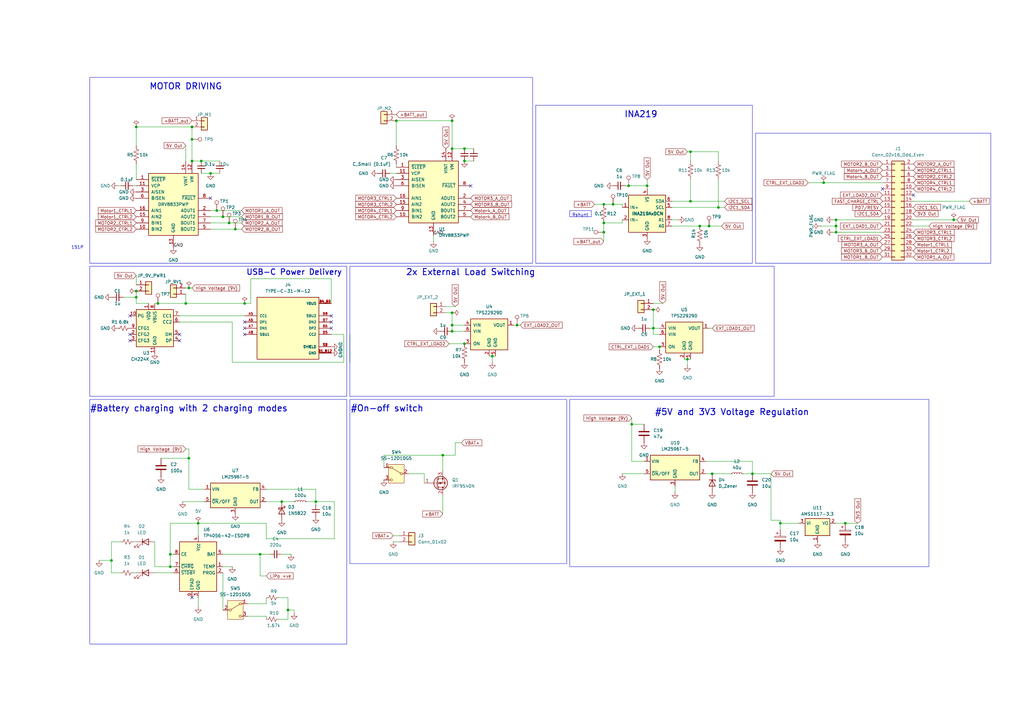
<source format=kicad_sch>
(kicad_sch (version 20250114) (generator "eeschema") (generator_version "9.0")
  (paper "A3")
  (title_block (title "MM Power Subsystem") (date "2025-04-05") (comment 1 "MDNSBU002") (comment 2 "Sibusiso Madonda") (comment 3 "MGPKAG001") (comment 4 "Kago Mogopa"))
  (lib_symbols
    (symbol "Battery_Management:TP4056-42-ESOP8"
      (property "Reference" "U" (at -6.604 11.684 0))
      (property "Value" "TP4056-42-ESOP8" (at 10.16 11.684 0))
      (symbol "TP4056-42-ESOP8_1_0"
        (pin input line (at -10.16 5.08 0) (length 2.54) (name "CE") (number "8"))
        (pin open_collector line (at -10.16 0 0) (length 2.54) (name "~{CHRG}") (number "7"))
        (pin open_collector line (at -10.16 -2.54 0) (length 2.54) (name "~{STDBY}") (number "6"))
        (pin passive line (at -2.54 -12.7 90) (length 2.54) (name "EPAD") (number "9"))
        (pin power_in line (at 0 12.7 270) (length 2.54) (name "V_{CC}") (number "4"))
        (pin power_in line (at 0 -12.7 90) (length 2.54) (name "GND") (number "3"))
        (pin power_out line (at 10.16 5.08 180) (length 2.54) (name "BAT") (number "5"))
        (pin input line (at 10.16 0 180) (length 2.54) (name "TEMP") (number "1"))
        (pin passive line (at 10.16 -2.54 180) (length 2.54) (name "PROG") (number "2"))
      )
    )
    (symbol "Connector:TestPoint" (pin_numbers (hide yes)) (pin_names (offset 0.762) (hide yes))
      (property "Reference" "TP" (at 0 6.858 0))
      (property "Value" "TestPoint" (at 0 5.08 0))
      (symbol "TestPoint_1_1"
        (pin passive line (at 0 0 90) (length 2.54) (name "1") (number "1"))
      )
    )
    (symbol "Connector_Generic:Conn_01x02" (pin_names (offset 1.016) (hide yes))
      (property "Reference" "J" (at 0 2.54 0))
      (property "Value" "Conn_01x02" (at 0 -5.08 0))
      (symbol "Conn_01x02_1_1"
        (pin passive line (at -5.08 0 0) (length 3.81) (name "Pin_1") (number "1"))
        (pin passive line (at -5.08 -2.54 0) (length 3.81) (name "Pin_2") (number "2"))
      )
    )
    (symbol "Connector_Generic:Conn_02x16_Odd_Even" (pin_names (offset 1.016) (hide yes))
      (property "Reference" "J" (at 1.27 20.32 0))
      (property "Value" "Conn_02x16_Odd_Even" (at 1.27 -22.86 0))
      (symbol "Conn_02x16_Odd_Even_1_1"
        (pin passive line (at -5.08 17.78 0) (length 3.81) (name "Pin_1") (number "1"))
        (pin passive line (at -5.08 15.24 0) (length 3.81) (name "Pin_3") (number "3"))
        (pin passive line (at -5.08 12.7 0) (length 3.81) (name "Pin_5") (number "5"))
        (pin passive line (at -5.08 10.16 0) (length 3.81) (name "Pin_7") (number "7"))
        (pin passive line (at -5.08 7.62 0) (length 3.81) (name "Pin_9") (number "9"))
        (pin passive line (at -5.08 5.08 0) (length 3.81) (name "Pin_11") (number "11"))
        (pin passive line (at -5.08 2.54 0) (length 3.81) (name "Pin_13") (number "13"))
        (pin passive line (at -5.08 0 0) (length 3.81) (name "Pin_15") (number "15"))
        (pin passive line (at -5.08 -2.54 0) (length 3.81) (name "Pin_17") (number "17"))
        (pin passive line (at -5.08 -5.08 0) (length 3.81) (name "Pin_19") (number "19"))
        (pin passive line (at -5.08 -7.62 0) (length 3.81) (name "Pin_21") (number "21"))
        (pin passive line (at -5.08 -10.16 0) (length 3.81) (name "Pin_23") (number "23"))
        (pin passive line (at -5.08 -12.7 0) (length 3.81) (name "Pin_25") (number "25"))
        (pin passive line (at -5.08 -15.24 0) (length 3.81) (name "Pin_27") (number "27"))
        (pin passive line (at -5.08 -17.78 0) (length 3.81) (name "Pin_29") (number "29"))
        (pin passive line (at -5.08 -20.32 0) (length 3.81) (name "Pin_31") (number "31"))
        (pin passive line (at 7.62 17.78 180) (length 3.81) (name "Pin_2") (number "2"))
        (pin passive line (at 7.62 15.24 180) (length 3.81) (name "Pin_4") (number "4"))
        (pin passive line (at 7.62 12.7 180) (length 3.81) (name "Pin_6") (number "6"))
        (pin passive line (at 7.62 10.16 180) (length 3.81) (name "Pin_8") (number "8"))
        (pin passive line (at 7.62 7.62 180) (length 3.81) (name "Pin_10") (number "10"))
        (pin passive line (at 7.62 5.08 180) (length 3.81) (name "Pin_12") (number "12"))
        (pin passive line (at 7.62 2.54 180) (length 3.81) (name "Pin_14") (number "14"))
        (pin passive line (at 7.62 0 180) (length 3.81) (name "Pin_16") (number "16"))
        (pin passive line (at 7.62 -2.54 180) (length 3.81) (name "Pin_18") (number "18"))
        (pin passive line (at 7.62 -5.08 180) (length 3.81) (name "Pin_20") (number "20"))
        (pin passive line (at 7.62 -7.62 180) (length 3.81) (name "Pin_22") (number "22"))
        (pin passive line (at 7.62 -10.16 180) (length 3.81) (name "Pin_24") (number "24"))
        (pin passive line (at 7.62 -12.7 180) (length 3.81) (name "Pin_26") (number "26"))
        (pin passive line (at 7.62 -15.24 180) (length 3.81) (name "Pin_28") (number "28"))
        (pin passive line (at 7.62 -17.78 180) (length 3.81) (name "Pin_30") (number "30"))
        (pin passive line (at 7.62 -20.32 180) (length 3.81) (name "Pin_32") (number "32"))
      )
    )
    (symbol "Device:C" (pin_numbers (hide yes)) (pin_names (offset 0.254))
      (property "Reference" "C" (at 0.635 2.54 0))
      (property "Value" "C" (at 0.635 -2.54 0))
      (symbol "C_1_1"
        (pin passive line (at 0 3.81 270) (length 2.794) (name "~") (number "1"))
        (pin passive line (at 0 -3.81 90) (length 2.794) (name "~") (number "2"))
      )
    )
    (symbol "Device:C_Polarized" (pin_numbers (hide yes)) (pin_names (offset 0.254))
      (property "Reference" "C" (at 0.635 2.54 0))
      (property "Value" "C_Polarized" (at 0.635 -2.54 0))
      (symbol "C_Polarized_1_1"
        (pin passive line (at 0 3.81 270) (length 2.794) (name "~") (number "1"))
        (pin passive line (at 0 -3.81 90) (length 2.794) (name "~") (number "2"))
      )
    )
    (symbol "Device:C_Small" (pin_numbers (hide yes)) (pin_names (offset 0.254) (hide yes))
      (property "Reference" "C" (at 0.254 1.778 0))
      (property "Value" "C_Small" (at 0.254 -2.032 0))
      (symbol "C_Small_1_1"
        (pin passive line (at 0 2.54 270) (length 2.032) (name "~") (number "1"))
        (pin passive line (at 0 -2.54 90) (length 2.032) (name "~") (number "2"))
      )
    )
    (symbol "Device:D_Zener" (pin_numbers (hide yes)) (pin_names (offset 1.016) (hide yes))
      (property "Reference" "D" (at 0 2.54 0))
      (property "Value" "D_Zener" (at 0 -2.54 0))
      (symbol "D_Zener_1_1"
        (pin passive line (at -3.81 0 0) (length 2.54) (name "K") (number "1"))
        (pin passive line (at 3.81 0 180) (length 2.54) (name "A") (number "2"))
      )
    )
    (symbol "Device:LED" (pin_numbers (hide yes)) (pin_names (offset 1.016) (hide yes))
      (property "Reference" "D" (at 0 2.54 0))
      (property "Value" "LED" (at 0 -2.54 0))
      (symbol "LED_1_1"
        (pin passive line (at -3.81 0 0) (length 2.54) (name "K") (number "1"))
        (pin passive line (at 3.81 0 180) (length 2.54) (name "A") (number "2"))
      )
    )
    (symbol "Device:L_Small" (pin_numbers (hide yes)) (pin_names (offset 0.254) (hide yes))
      (property "Reference" "L" (at 0.762 1.016 0))
      (property "Value" "L_Small" (at 0.762 -1.016 0))
      (symbol "L_Small_1_1"
        (pin passive line (at 0 2.54 270) (length 0.508) (name "~") (number "1"))
        (pin passive line (at 0 -2.54 90) (length 0.508) (name "~") (number "2"))
      )
    )
    (symbol "Device:R_Small_US" (pin_numbers (hide yes)) (pin_names (offset 0.254) (hide yes))
      (property "Reference" "R" (at 0.762 0.508 0))
      (property "Value" "R_Small_US" (at 0.762 -1.016 0))
      (symbol "R_Small_US_1_1"
        (pin passive line (at 0 2.54 270) (length 1.016) (name "~") (number "1"))
        (pin passive line (at 0 -2.54 90) (length 1.016) (name "~") (number "2"))
      )
    )
    (symbol "Device:R_US" (pin_numbers (hide yes)) (pin_names (offset 0))
      (property "Reference" "R" (at 2.54 0 90))
      (property "Value" "R_US" (at -2.54 0 90))
      (symbol "R_US_1_1"
        (pin passive line (at 0 3.81 270) (length 1.27) (name "~") (number "1"))
        (pin passive line (at 0 -3.81 90) (length 1.27) (name "~") (number "2"))
      )
    )
    (symbol "Diode:1N5822" (pin_numbers (hide yes)) (pin_names (offset 1.016) (hide yes))
      (property "Reference" "D" (at 0 2.54 0))
      (property "Value" "1N5822" (at 0 -2.54 0))
      (symbol "1N5822_1_1"
        (pin passive line (at -3.81 0 0) (length 2.54) (name "K") (number "1"))
        (pin passive line (at 3.81 0 180) (length 2.54) (name "A") (number "2"))
      )
    )
    (symbol "Driver_Motor:DRV8833PWP" (pin_names (offset 1.016))
      (property "Reference" "U" (at -3.81 16.51 0))
      (property "Value" "DRV8833PWP" (at -3.81 13.97 0))
      (symbol "DRV8833PWP_1_1"
        (pin input line (at -15.24 10.16 0) (length 5.08) (name "~{SLEEP}") (number "1"))
        (pin bidirectional line (at -15.24 7.62 0) (length 5.08) (name "VCP") (number "11"))
        (pin bidirectional line (at -15.24 5.08 0) (length 5.08) (name "AISEN") (number "3"))
        (pin bidirectional line (at -15.24 2.54 0) (length 5.08) (name "BISEN") (number "6"))
        (pin input line (at -15.24 -2.54 0) (length 5.08) (name "AIN1") (number "16"))
        (pin input line (at -15.24 -5.08 0) (length 5.08) (name "AIN2") (number "15"))
        (pin input line (at -15.24 -7.62 0) (length 5.08) (name "BIN1") (number "9"))
        (pin input line (at -15.24 -10.16 0) (length 5.08) (name "BIN2") (number "10"))
        (pin power_in line (at 0 -17.78 90) (length 5.08) (name "GND") (number "13"))
        (pin passive line (at 0 -17.78 90) (length 5.08) (hide yes) (name "GND") (number "17"))
        (pin power_in line (at 5.08 17.78 270) (length 5.08) (name "VINT") (number "14"))
        (pin power_in line (at 7.62 17.78 270) (length 5.08) (name "VM") (number "12"))
        (pin open_collector line (at 15.24 2.54 180) (length 5.08) (name "~{FAULT}") (number "8"))
        (pin power_out line (at 15.24 -2.54 180) (length 5.08) (name "AOUT1") (number "2"))
        (pin power_out line (at 15.24 -5.08 180) (length 5.08) (name "AOUT2") (number "4"))
        (pin power_out line (at 15.24 -7.62 180) (length 5.08) (name "BOUT1") (number "7"))
        (pin power_out line (at 15.24 -10.16 180) (length 5.08) (name "BOUT2") (number "5"))
      )
    )
    (symbol "Interface_USB:CH224K"
      (property "Reference" "U" (at -7.874 -8.89 0))
      (property "Value" "CH224K" (at 3.048 -8.89 0))
      (symbol "CH224K_1_1"
        (pin bidirectional line (at -10.16 5.08 0) (length 2.54) (name "CC1") (number "7"))
        (pin bidirectional line (at -10.16 2.54 0) (length 2.54) (name "CC2") (number "6"))
        (pin bidirectional line (at -10.16 -2.54 0) (length 2.54) (name "DM") (number "5"))
        (pin bidirectional line (at -10.16 -5.08 0) (length 2.54) (name "DP") (number "4"))
        (pin passive line (at 0 10.16 270) (length 2.54) (name "VBUS") (number "8"))
        (pin power_in line (at 0 -10.16 90) (length 2.54) (name "GND") (number "11"))
        (pin power_in line (at 2.54 10.16 270) (length 2.54) (name "VDD") (number "1"))
        (pin open_collector line (at 10.16 5.08 180) (length 2.54) (name "PG") (number "10"))
        (pin passive line (at 10.16 0 180) (length 2.54) (name "CFG1") (number "9"))
        (pin passive line (at 10.16 -2.54 180) (length 2.54) (name "CFG2") (number "2"))
        (pin passive line (at 10.16 -5.08 180) (length 2.54) (name "CFG3") (number "3"))
      )
    )
    (symbol "Power_Management:TPS22929D" (pin_names (offset 1.016))
      (property "Reference" "U" (at -7.62 8.89 0))
      (property "Value" "TPS22929D" (at 7.62 8.89 0))
      (symbol "TPS22929D_1_1"
        (pin power_in line (at -10.16 5.08 0) (length 2.54) (name "VIN") (number "4"))
        (pin power_in line (at -10.16 2.54 0) (length 2.54) (name "VIN") (number "6"))
        (pin input line (at -10.16 -2.54 0) (length 2.54) (name "ON") (number "3"))
        (pin power_in line (at 0 -7.62 90) (length 2.54) (name "GND") (number "2"))
        (pin power_in line (at 2.54 -7.62 90) (length 2.54) (name "GND") (number "5"))
        (pin power_out line (at 10.16 5.08 180) (length 2.54) (name "VOUT") (number "1"))
      )
    )
    (symbol "Regulator_Linear:AMS1117-3.3"
      (property "Reference" "U" (at -3.81 3.175 0))
      (property "Value" "AMS1117-3.3" (at 0 3.175 0))
      (symbol "AMS1117-3.3_1_1"
        (pin power_in line (at -7.62 0 0) (length 2.54) (name "VI") (number "3"))
        (pin power_in line (at 0 -7.62 90) (length 2.54) (name "GND") (number "1"))
        (pin power_out line (at 7.62 0 180) (length 2.54) (name "VO") (number "2"))
      )
    )
    (symbol "Regulator_Switching:LM2596T-5"
      (property "Reference" "U" (at -10.16 6.35 0))
      (property "Value" "LM2596T-5" (at 0 6.35 0))
      (symbol "LM2596T-5_1_1"
        (pin power_in line (at -12.7 2.54 0) (length 2.54) (name "VIN") (number "1"))
        (pin input line (at -12.7 -2.54 0) (length 2.54) (name "~{ON}/OFF") (number "5"))
        (pin power_in line (at 0 -7.62 90) (length 2.54) (name "GND") (number "3"))
        (pin input line (at 12.7 2.54 180) (length 2.54) (name "FB") (number "4"))
        (pin output line (at 12.7 -2.54 180) (length 2.54) (name "OUT") (number "2"))
      )
    )
    (symbol "Sensor_Energy:INA219AxDCN"
      (property "Reference" "U" (at -6.35 8.89 0))
      (property "Value" "INA219AxDCN" (at 6.35 8.89 0))
      (symbol "INA219AxDCN_1_1"
        (pin input line (at -10.16 2.54 0) (length 2.54) (name "IN+") (number "1"))
        (pin input line (at -10.16 -2.54 0) (length 2.54) (name "IN-") (number "2"))
        (pin power_in line (at 0 10.16 270) (length 2.54) (name "VS") (number "4"))
        (pin power_in line (at 0 -10.16 90) (length 2.54) (name "GND") (number "3"))
        (pin bidirectional line (at 10.16 5.08 180) (length 2.54) (name "SDA") (number "6"))
        (pin input line (at 10.16 2.54 180) (length 2.54) (name "SCL") (number "5"))
        (pin input line (at 10.16 -2.54 180) (length 2.54) (name "A1") (number "8"))
        (pin input line (at 10.16 -5.08 180) (length 2.54) (name "A0") (number "7"))
      )
    )
    (symbol "Switch:SW_SPDT" (pin_names (offset 0) (hide yes))
      (property "Reference" "SW" (at 0 5.08 0))
      (property "Value" "SW_SPDT" (at 0 -5.08 0))
      (symbol "SW_SPDT_1_1"
        (pin passive line (at -5.08 0 0) (length 2.54) (name "B") (number "2"))
        (pin passive line (at 5.08 2.54 180) (length 2.54) (name "A") (number "1"))
        (pin passive line (at 5.08 -2.54 180) (length 2.54) (name "C") (number "3"))
      )
    )
    (symbol "TYPE-C-31-M-12:TYPE-C-31-M-12" (pin_names (offset 1.016))
      (property "Reference" "J" (at -12.7 13.462 0))
      (property "Value" "TYPE-C-31-M-12" (at -12.7 -13.462 0))
      (symbol "TYPE-C-31-M-12_0_0"
        (pin bidirectional line (at -17.78 5.08 0) (length 5.08) (name "CC1") (number "A5"))
        (pin bidirectional line (at -17.78 2.54 0) (length 5.08) (name "DP1") (number "A6"))
        (pin bidirectional line (at -17.78 0 0) (length 5.08) (name "DN1") (number "A7"))
        (pin bidirectional line (at -17.78 -2.54 0) (length 5.08) (name "SBU1") (number "A8"))
        (pin power_in line (at 17.78 10.16 180) (length 5.08) (name "VBUS") (number "A4_B9"))
        (pin power_in line (at 17.78 10.16 180) (length 5.08) (name "VBUS") (number "B4_A9"))
        (pin bidirectional line (at 17.78 5.08 180) (length 5.08) (name "SBU2") (number "B8"))
        (pin bidirectional line (at 17.78 2.54 180) (length 5.08) (name "DN2") (number "B7"))
        (pin bidirectional line (at 17.78 0 180) (length 5.08) (name "DP2") (number "B6"))
        (pin bidirectional line (at 17.78 -2.54 180) (length 5.08) (name "CC2") (number "B5"))
        (pin passive line (at 17.78 -7.62 180) (length 5.08) (name "SHIELD") (number "S1"))
        (pin passive line (at 17.78 -7.62 180) (length 5.08) (name "SHIELD") (number "S2"))
        (pin passive line (at 17.78 -7.62 180) (length 5.08) (name "SHIELD") (number "S3"))
        (pin passive line (at 17.78 -7.62 180) (length 5.08) (name "SHIELD") (number "S4"))
        (pin power_in line (at 17.78 -10.16 180) (length 5.08) (name "GND") (number "A1_B12"))
        (pin power_in line (at 17.78 -10.16 180) (length 5.08) (name "GND") (number "B1_A12"))
      )
    )
    (symbol "Transistor_FET:IRF9540N" (pin_names (hide yes))
      (property "Reference" "Q" (at 5.08 1.905 0))
      (property "Value" "IRF9540N" (at 5.08 0 0))
      (symbol "IRF9540N_1_1"
        (pin input line (at -5.08 0 0) (length 2.54) (name "G") (number "1"))
        (pin passive line (at 2.54 5.08 270) (length 2.54) (name "D") (number "2"))
        (pin passive line (at 2.54 -5.08 90) (length 2.54) (name "S") (number "3"))
      )
    )
    (symbol "power:GND" (power) (pin_numbers (hide yes)) (pin_names (offset 0) (hide yes))
      (property "Value" "GND" (at 0 -3.81 0))
      (symbol "GND_1_1"
        (pin power_in line (at 0 0 270) (length 0) (name "~") (number "1"))
      )
    )
    (symbol "power:PWR_FLAG" (power) (pin_numbers (hide yes)) (pin_names (offset 0) (hide yes))
      (property "Value" "PWR_FLAG" (at 0 3.81 0))
      (symbol "PWR_FLAG_0_0"
        (pin power_out line (at 0 0 90) (length 0) (name "~") (number "1"))
      )
    )
  )
  (rectangle (start 219.71 43.18) (end 308.61 107.95))
  (rectangle (start 143.51 163.83) (end 232.41 231.14))
  (rectangle (start 143.51 109.22) (end 317.5 162.56))
  (rectangle (start 233.68 163.83) (end 381 232.41))
  (rectangle (start 36.83 109.22) (end 142.24 162.56))
  (rectangle (start 36.83 31.75) (end 218.44 107.95))
  (rectangle (start 309.88 54.61) (end 406.4 107.95))
  (rectangle (start 36.83 163.83) (end 142.24 264.16))
  (text "MOTOR DRIVING" (at 76.2 35.56 0) (effects (font (size 2.54 2.54) (thickness 0.3556) (bold yes))))
  (text "Full H-bridge outputs for bidirectional\n motor operation (pins 2,4,7,5)" (at -438.15 162.56 0) (effects (font (size 1.27 1.27))))
  (text "2x External Load Switching" (at 193.04 111.76 0) (effects (font (size 2.54 2.54) (thickness 0.3556) (bold yes))))
  (text " (C9) stabilizes the input voltage\n during load transients, " (at -397.51 215.9 0) (effects (font (size 1.27 1.27))))
  (text "USB-C Power Delivery\n" (at 120.65 111.76 0) (effects (font (size 2.286 2.286) (thickness 0.3556) (bold yes))))
  (text "CH224K negotiates with USB-C source for 9V/2A power profile\nPins CFG1-3 (pins 1-3) set to request 9V profile per SP05\nUSB data pins (DP/DM, pins 4-5) not connected as only power functionality is needed" (at -471.17 237.49 0) (effects (font (size 1.27 1.27))))
  (text "VOUT pin (1) provides switched \n5V power to external peripherals" (at -331.47 219.71 0) (effects (font (size 1.27 1.27))))
  (text "+BATT input flows through shunt \nto +BATT_out,allowing for \ncurrent measurement" (at -316.23 185.42 0) (effects (font (size 1.27 1.27))))
  (text "INA219" (at 262.89 46.99 0) (effects (font (size 2.54 2.54) (thickness 0.3556) (bold yes))))
  (text "0.1Ω precision shunt resistor (R12) \nfor current measurement with \nminimal voltage drop" (at -317.5 148.59 0) (effects (font (size 1.27 1.27))))
  (text "Pull-up resistors R11 and R13 (10kΩ) \non SDA/SCL lines ensure \nproper signal levels" (at -266.7 137.16 0) (effects (font (size 1.27 1.27))))
  (text "#5V and 3V3 Voltage Regulation" (at 300.228 169.164 0) (effects (font (size 2.54 2.54) (thickness 0.3556) (bold yes))))
  (text "1S1P" (at 31.75 101.6 0) (effects (font (size 1.27 1.27))))
  (text "+BATT_out connects directly to VM input \npin, supplying 3.7V from battery to motors" (at -481.33 124.46 0) (effects (font (size 1.27 1.27))))
  (text " (R7) ensures that the load remains\n off during power-up and\n reset conditions" (at -389.89 228.6 0) (effects (font (size 1.27 1.27))))
  (text "0.1μF ceramic (pin 14) for high-frequency \nfiltering plus 10μF bulk capacitor \nfor transient current demands" (at -439.42 149.86 0) (effects (font (size 1.27 1.27))))
  (text "#Battery charging with 2 charging modes" (at 77.47 167.64 0) (effects (font (size 2.54 2.54) (thickness 0.3556) (bold yes))))
  (text "#On-off switch" (at 158.75 167.64 0) (effects (font (size 2.54 2.54) (thickness 0.3556) (bold yes))))
  (text_box "Rshunt\n" (at 233.68 86.36 0) (size 8.89 2.54) (margins 0.9525 0.9525 0.9525 0.9525) (effects (font (size 1.27 1.27)) (justify left top)))
  (junction (at 190.5 140.97))
  (junction (at 265.43 76.2))
  (junction (at 77.47 187.96))
  (junction (at 91.44 88.9))
  (junction (at 55.88 119.38))
  (junction (at 247.65 83.82))
  (junction (at 69.85 227.33))
  (junction (at 69.85 232.41))
  (junction (at 162.56 49.53))
  (junction (at 283.21 82.55))
  (junction (at 185.42 133.35))
  (junction (at 115.57 205.74))
  (junction (at 294.64 85.09))
  (junction (at 64.77 124.46))
  (junction (at 342.9 95.25))
  (junction (at 320.04 214.63))
  (junction (at 290.83 92.71))
  (junction (at 270.51 142.24))
  (junction (at 106.68 227.33))
  (junction (at 45.72 229.87))
  (junction (at 81.28 214.63))
  (junction (at 93.98 91.44))
  (junction (at 96.52 93.98))
  (junction (at 181.61 186.69))
  (junction (at 283.21 62.23))
  (junction (at 308.61 194.31))
  (junction (at 247.65 91.44))
  (junction (at 259.08 173.99))
  (junction (at 267.97 134.62))
  (junction (at 190.5 60.96))
  (junction (at 337.82 74.93))
  (junction (at 185.42 128.27))
  (junction (at 78.74 57.15))
  (junction (at 212.09 133.35))
  (junction (at 78.74 66.04))
  (junction (at 76.2 124.46))
  (junction (at 391.16 90.17))
  (junction (at 201.93 146.05))
  (junction (at 82.55 66.04))
  (junction (at 88.9 86.36))
  (junction (at 55.88 121.92))
  (junction (at 185.42 49.53))
  (junction (at 129.54 205.74))
  (junction (at 100.33 124.46))
  (junction (at 77.47 118.11))
  (junction (at 247.65 95.25))
  (junction (at 292.1 194.31))
  (junction (at 185.42 60.96))
  (junction (at 287.02 92.71))
  (junction (at 118.11 250.19))
  (junction (at 86.36 71.12))
  (junction (at 190.5 66.04))
  (junction (at 346.71 214.63))
  (junction (at 267.97 127))
  (junction (at 281.94 147.32))
  (junction (at 55.88 52.07))
  (junction (at 342.9 92.71))
  (junction (at 257.81 76.2))
  (junction (at 342.9 90.17))
  (junction (at 251.46 83.82))
  (junction (at 185.42 135.89))
  (junction (at 78.74 52.07))
  (no_connect (at 100.33 137.16))
  (no_connect (at 135.89 134.62))
  (no_connect (at 100.33 132.08))
  (no_connect (at 53.34 137.16))
  (no_connect (at 361.95 77.47))
  (no_connect (at 135.89 129.54))
  (no_connect (at 135.89 132.08))
  (no_connect (at 86.36 81.28))
  (no_connect (at 53.34 139.7))
  (no_connect (at 78.74 245.11))
  (no_connect (at 53.34 129.54))
  (no_connect (at 73.66 139.7))
  (no_connect (at 100.33 134.62))
  (no_connect (at 374.65 80.01))
  (no_connect (at 193.04 76.2))
  (no_connect (at 73.66 137.16))
  (wire (pts (xy 82.55 66.04) (xy 90.17 66.04)))
  (wire (pts (xy 283.21 73.66) (xy 283.21 82.55)))
  (wire (pts (xy 276.86 199.39) (xy 276.86 201.93)))
  (wire (pts (xy 289.56 189.23) (xy 308.61 189.23)))
  (wire (pts (xy 50.8 121.92) (xy 55.88 121.92)))
  (wire (pts (xy 184.15 140.97) (xy 190.5 140.97)))
  (wire (pts (xy 283.21 62.23) (xy 294.64 62.23)))
  (wire (pts (xy 247.65 83.82) (xy 251.46 83.82)))
  (wire (pts (xy 281.94 62.23) (xy 283.21 62.23)))
  (wire (pts (xy 182.88 128.27) (xy 185.42 128.27)))
  (wire (pts (xy 106.68 227.33) (xy 106.68 236.22)))
  (wire (pts (xy 374.65 82.55) (xy 397.51 82.55)))
  (wire (pts (xy 86.36 88.9) (xy 91.44 88.9)))
  (wire (pts (xy 267.97 127) (xy 267.97 134.62)))
  (wire (pts (xy 320.04 213.36) (xy 320.04 214.63)))
  (wire (pts (xy 54.61 222.25) (xy 55.88 222.25)))
  (wire (pts (xy 316.23 194.31) (xy 316.23 213.36)))
  (wire (pts (xy 163.83 222.25) (xy 161.29 222.25)))
  (wire (pts (xy 297.18 85.09) (xy 294.64 85.09)))
  (wire (pts (xy 135.89 114.3) (xy 102.87 114.3)))
  (wire (pts (xy 78.74 66.04) (xy 82.55 66.04)))
  (wire (pts (xy 181.61 210.82) (xy 181.61 203.2)))
  (wire (pts (xy 255.27 194.31) (xy 264.16 194.31)))
  (wire (pts (xy 270.51 143.51) (xy 270.51 142.24)))
  (wire (pts (xy 95.25 148.59) (xy 95.25 132.08)))
  (wire (pts (xy 336.55 92.71) (xy 342.9 92.71)))
  (wire (pts (xy 391.16 90.17) (xy 374.65 90.17)))
  (wire (pts (xy 91.44 88.9) (xy 99.06 88.9)))
  (wire (pts (xy 163.83 219.71) (xy 161.29 219.71)))
  (wire (pts (xy 259.08 173.99) (xy 264.16 173.99)))
  (wire (pts (xy 86.36 86.36) (xy 88.9 86.36)))
  (wire (pts (xy 342.9 214.63) (xy 346.71 214.63)))
  (wire (pts (xy 213.36 133.35) (xy 212.09 133.35)))
  (wire (pts (xy 45.72 229.87) (xy 45.72 234.95)))
  (wire (pts (xy 337.82 74.93) (xy 361.95 74.93)))
  (wire (pts (xy 342.9 92.71) (xy 342.9 95.25)))
  (wire (pts (xy 342.9 95.25) (xy 361.95 95.25)))
  (wire (pts (xy 275.59 90.17) (xy 278.13 90.17)))
  (wire (pts (xy 247.65 95.25) (xy 247.65 99.06)))
  (wire (pts (xy 280.67 147.32) (xy 281.94 147.32)))
  (wire (pts (xy 69.85 227.33) (xy 69.85 232.41)))
  (wire (pts (xy 281.94 149.86) (xy 281.94 147.32)))
  (wire (pts (xy 93.98 91.44) (xy 99.06 91.44)))
  (wire (pts (xy 78.74 57.15) (xy 78.74 66.04)))
  (wire (pts (xy 167.64 194.31) (xy 173.99 194.31)))
  (wire (pts (xy 106.68 236.22) (xy 109.22 236.22)))
  (wire (pts (xy 115.57 227.33) (xy 119.38 227.33)))
  (wire (pts (xy 86.36 71.12) (xy 90.17 71.12)))
  (wire (pts (xy 81.28 245.11) (xy 81.28 248.92)))
  (wire (pts (xy 308.61 194.31) (xy 316.23 194.31)))
  (wire (pts (xy 73.66 129.54) (xy 100.33 129.54)))
  (wire (pts (xy 81.28 214.63) (xy 81.28 219.71)))
  (wire (pts (xy 275.59 92.71) (xy 287.02 92.71)))
  (wire (pts (xy 91.44 234.95) (xy 91.44 250.19)))
  (wire (pts (xy 76.2 124.46) (xy 100.33 124.46)))
  (wire (pts (xy 82.55 71.12) (xy 86.36 71.12)))
  (wire (pts (xy 71.12 227.33) (xy 69.85 227.33)))
  (wire (pts (xy 69.85 214.63) (xy 69.85 227.33)))
  (wire (pts (xy 91.44 232.41) (xy 95.25 232.41)))
  (wire (pts (xy 115.57 205.74) (xy 120.65 205.74)))
  (wire (pts (xy 294.64 85.09) (xy 275.59 85.09)))
  (wire (pts (xy 109.22 214.63) (xy 81.28 214.63)))
  (wire (pts (xy 185.42 128.27) (xy 185.42 133.35)))
  (wire (pts (xy 181.61 186.69) (xy 181.61 193.04)))
  (wire (pts (xy 137.16 220.98) (xy 137.16 205.74)))
  (wire (pts (xy 281.94 147.32) (xy 283.21 147.32)))
  (wire (pts (xy 267.97 142.24) (xy 270.51 142.24)))
  (wire (pts (xy 267.97 124.46) (xy 271.78 124.46)))
  (wire (pts (xy 120.65 250.19) (xy 120.65 251.46)))
  (wire (pts (xy 342.9 90.17) (xy 342.9 92.71)))
  (wire (pts (xy 381 92.71) (xy 374.65 92.71)))
  (wire (pts (xy 294.64 73.66) (xy 294.64 85.09)))
  (wire (pts (xy 64.77 124.46) (xy 76.2 124.46)))
  (wire (pts (xy 257.81 76.2) (xy 265.43 76.2)))
  (wire (pts (xy 342.9 90.17) (xy 361.95 90.17)))
  (wire (pts (xy 247.65 91.44) (xy 247.65 95.25)))
  (wire (pts (xy 55.88 124.46) (xy 60.96 124.46)))
  (wire (pts (xy 109.22 214.63) (xy 109.22 220.98)))
  (wire (pts (xy 55.88 67.31) (xy 55.88 73.66)))
  (wire (pts (xy 320.04 214.63) (xy 320.04 217.17)))
  (wire (pts (xy 77.47 184.15) (xy 76.2 184.15)))
  (wire (pts (xy 201.93 146.05) (xy 203.2 146.05)))
  (wire (pts (xy 304.8 194.31) (xy 308.61 194.31)))
  (wire (pts (xy 74.93 205.74) (xy 83.82 205.74)))
  (wire (pts (xy 78.74 52.07) (xy 78.74 57.15)))
  (wire (pts (xy 143.51 137.16) (xy 143.51 148.59)))
  (wire (pts (xy 55.88 119.38) (xy 55.88 121.92)))
  (wire (pts (xy 96.52 93.98) (xy 99.06 93.98)))
  (wire (pts (xy 118.11 250.19) (xy 120.65 250.19)))
  (wire (pts (xy 162.56 49.53) (xy 162.56 59.69)))
  (wire (pts (xy 135.89 137.16) (xy 140.97 137.16)))
  (wire (pts (xy 63.5 234.95) (xy 71.12 234.95)))
  (wire (pts (xy 54.61 76.2) (xy 55.88 76.2)))
  (wire (pts (xy 259.08 171.45) (xy 259.08 173.99)))
  (wire (pts (xy 109.22 200.66) (xy 129.54 200.66)))
  (wire (pts (xy 55.88 52.07) (xy 78.74 52.07)))
  (wire (pts (xy 69.85 232.41) (xy 63.5 232.41)))
  (wire (pts (xy 256.54 76.2) (xy 257.81 76.2)))
  (wire (pts (xy 177.8 96.52) (xy 177.8 99.06)))
  (wire (pts (xy 157.48 186.69) (xy 157.48 191.77)))
  (wire (pts (xy 185.42 133.35) (xy 190.5 133.35)))
  (wire (pts (xy 63.5 222.25) (xy 63.5 232.41)))
  (wire (pts (xy 129.54 205.74) (xy 129.54 207.01)))
  (wire (pts (xy 55.88 121.92) (xy 55.88 124.46)))
  (wire (pts (xy 266.7 134.62) (xy 267.97 134.62)))
  (wire (pts (xy 267.97 137.16) (xy 267.97 134.62)))
  (wire (pts (xy 247.65 91.44) (xy 255.27 91.44)))
  (wire (pts (xy 118.11 250.19) (xy 118.11 245.11)))
  (wire (pts (xy 55.88 113.03) (xy 55.88 116.84)))
  (wire (pts (xy 212.09 133.35) (xy 210.82 133.35)))
  (wire (pts (xy 91.44 227.33) (xy 106.68 227.33)))
  (wire (pts (xy 102.87 114.3) (xy 102.87 124.46)))
  (wire (pts (xy 290.83 92.71) (xy 295.91 92.71)))
  (wire (pts (xy 283.21 82.55) (xy 275.59 82.55)))
  (wire (pts (xy 320.04 214.63) (xy 327.66 214.63)))
  (wire (pts (xy 100.33 124.46) (xy 102.87 124.46)))
  (wire (pts (xy 255.27 90.17) (xy 255.27 91.44)))
  (wire (pts (xy 63.5 124.46) (xy 64.77 124.46)))
  (wire (pts (xy 81.28 214.63) (xy 69.85 214.63)))
  (wire (pts (xy 185.42 49.53) (xy 185.42 60.96)))
  (wire (pts (xy 162.56 49.53) (xy 185.42 49.53)))
  (wire (pts (xy 86.36 91.44) (xy 93.98 91.44)))
  (wire (pts (xy 49.53 76.2) (xy 48.26 76.2)))
  (wire (pts (xy 265.43 76.2) (xy 265.43 77.47)))
  (wire (pts (xy 243.84 83.82) (xy 247.65 83.82)))
  (wire (pts (xy 185.42 60.96) (xy 190.5 60.96)))
  (wire (pts (xy 140.97 137.16) (xy 140.97 148.59)))
  (wire (pts (xy 186.69 181.61) (xy 186.69 186.69)))
  (wire (pts (xy 182.88 125.73) (xy 186.69 125.73)))
  (wire (pts (xy 77.47 187.96) (xy 77.47 200.66)))
  (wire (pts (xy 118.11 254) (xy 118.11 250.19)))
  (wire (pts (xy 308.61 189.23) (xy 308.61 194.31)))
  (wire (pts (xy 140.97 148.59) (xy 95.25 148.59)))
  (wire (pts (xy 162.56 67.31) (xy 162.56 68.58)))
  (wire (pts (xy 292.1 134.62) (xy 290.83 134.62)))
  (wire (pts (xy 86.36 93.98) (xy 96.52 93.98)))
  (wire (pts (xy 114.3 245.11) (xy 118.11 245.11)))
  (wire (pts (xy 49.53 222.25) (xy 45.72 222.25)))
  (wire (pts (xy 190.5 60.96) (xy 194.31 60.96)))
  (wire (pts (xy 189.23 181.61) (xy 186.69 181.61)))
  (wire (pts (xy 77.47 118.11) (xy 76.2 118.11)))
  (wire (pts (xy 259.08 189.23) (xy 264.16 189.23)))
  (wire (pts (xy 125.73 205.74) (xy 129.54 205.74)))
  (wire (pts (xy 135.89 124.46) (xy 135.89 114.3)))
  (wire (pts (xy 392.43 90.17) (xy 391.16 90.17)))
  (wire (pts (xy 331.47 74.93) (xy 337.82 74.93)))
  (wire (pts (xy 45.72 222.25) (xy 45.72 229.87)))
  (wire (pts (xy 54.61 234.95) (xy 55.88 234.95)))
  (wire (pts (xy 270.51 137.16) (xy 267.97 137.16)))
  (wire (pts (xy 101.6 252.73) (xy 109.22 252.73)))
  (wire (pts (xy 114.3 254) (xy 118.11 254)))
  (wire (pts (xy 200.66 146.05) (xy 201.93 146.05)))
  (wire (pts (xy 185.42 133.35) (xy 185.42 135.89)))
  (wire (pts (xy 78.74 118.11) (xy 77.47 118.11)))
  (wire (pts (xy 45.72 234.95) (xy 49.53 234.95)))
  (wire (pts (xy 287.02 92.71) (xy 290.83 92.71)))
  (wire (pts (xy 76.2 59.69) (xy 76.2 66.04)))
  (wire (pts (xy 190.5 66.04) (xy 194.31 66.04)))
  (wire (pts (xy 88.9 86.36) (xy 99.06 86.36)))
  (wire (pts (xy 101.6 247.65) (xy 109.22 247.65)))
  (wire (pts (xy 297.18 82.55) (xy 283.21 82.55)))
  (wire (pts (xy 129.54 205.74) (xy 137.16 205.74)))
  (wire (pts (xy 109.22 220.98) (xy 137.16 220.98)))
  (wire (pts (xy 289.56 194.31) (xy 292.1 194.31)))
  (wire (pts (xy 71.12 232.41) (xy 69.85 232.41)))
  (wire (pts (xy 294.64 62.23) (xy 294.64 66.04)))
  (wire (pts (xy 77.47 184.15) (xy 77.47 187.96)))
  (wire (pts (xy 346.71 214.63) (xy 351.79 214.63)))
  (wire (pts (xy 109.22 245.11) (xy 109.22 247.65)))
  (wire (pts (xy 316.23 213.36) (xy 320.04 213.36)))
  (wire (pts (xy 173.99 194.31) (xy 173.99 198.12)))
  (wire (pts (xy 106.68 227.33) (xy 110.49 227.33)))
  (wire (pts (xy 109.22 205.74) (xy 115.57 205.74)))
  (wire (pts (xy 341.63 95.25) (xy 342.9 95.25)))
  (wire (pts (xy 292.1 194.31) (xy 299.72 194.31)))
  (wire (pts (xy 160.02 71.12) (xy 162.56 71.12)))
  (wire (pts (xy 77.47 200.66) (xy 83.82 200.66)))
  (wire (pts (xy 267.97 134.62) (xy 270.51 134.62)))
  (wire (pts (xy 40.64 229.87) (xy 45.72 229.87)))
  (wire (pts (xy 186.69 186.69) (xy 181.61 186.69)))
  (wire (pts (xy 109.22 254) (xy 109.22 252.73)))
  (wire (pts (xy 181.61 186.69) (xy 157.48 186.69)))
  (wire (pts (xy 341.63 90.17) (xy 342.9 90.17)))
  (wire (pts (xy 185.42 135.89) (xy 190.5 135.89)))
  (wire (pts (xy 255.27 85.09) (xy 255.27 83.82)))
  (wire (pts (xy 201.93 148.59) (xy 201.93 146.05)))
  (wire (pts (xy 55.88 52.07) (xy 55.88 59.69)))
  (wire (pts (xy 129.54 200.66) (xy 129.54 205.74)))
  (wire (pts (xy 73.66 132.08) (xy 95.25 132.08)))
  (wire (pts (xy 251.46 83.82) (xy 255.27 83.82)))
  (wire (pts (xy 66.04 187.96) (xy 77.47 187.96)))
  (wire (pts (xy 265.43 73.66) (xy 265.43 76.2)))
  (wire (pts (xy 283.21 62.23) (xy 283.21 66.04)))
  (wire (pts (xy 76.2 120.65) (xy 76.2 124.46)))
  (wire (pts (xy 259.08 173.99) (xy 259.08 189.23)))
  (label "GND" (at 177.8 96.52 0))
  (label "GND" (at 71.12 101.6 0))
  (global_label "PD7{slash}RESV" (shape input) (at 361.95 85.09 180) (property "Intersheetrefs" "${INTERSHEET_REFS}" (effects (hide yes))))
  (global_label "MOTOR2_A_OUT" (shape input) (at 99.06 91.44 0) (property "Intersheetrefs" "${INTERSHEET_REFS}" (effects (hide yes))))
  (global_label "MOTOR2_CTRL2" (shape input) (at 55.88 93.98 180) (property "Intersheetrefs" "${INTERSHEET_REFS}" (effects (hide yes))))
  (global_label "MOTOR2_A_OUT" (shape input) (at 374.65 67.31 0) (property "Intersheetrefs" "${INTERSHEET_REFS}" (effects (hide yes))))
  (global_label "High Voltage (9V)" (shape input) (at 259.08 171.45 180) (property "Intersheetrefs" "${INTERSHEET_REFS}" (effects (hide yes))))
  (global_label "High Voltage (9V)" (shape input) (at 381 92.71 0) (property "Intersheetrefs" "${INTERSHEET_REFS}" (effects (hide yes))))
  (global_label "MOTOR3_B_OUT" (shape input) (at 361.95 102.87 180) (property "Intersheetrefs" "${INTERSHEET_REFS}" (effects (hide yes))))
  (global_label "EXT_LOAD1_OUT" (shape input) (at 292.1 134.62 0) (property "Intersheetrefs" "${INTERSHEET_REFS}" (effects (hide yes))))
  (global_label "3V3 Out" (shape input) (at 374.65 87.63 0) (property "Intersheetrefs" "${INTERSHEET_REFS}" (effects (hide yes))))
  (global_label "+BATT_out" (shape input) (at 162.56 46.99 0) (property "Intersheetrefs" "${INTERSHEET_REFS}" (effects (hide yes))))
  (global_label "Motor1_CTRL1" (shape input) (at 374.65 100.33 0) (property "Intersheetrefs" "${INTERSHEET_REFS}" (effects (hide yes))))
  (global_label "FAST_CHARGE_CTRL" (shape input) (at 361.95 82.55 180) (property "Intersheetrefs" "${INTERSHEET_REFS}" (effects (hide yes))))
  (global_label "MOTOR2_CTRL2" (shape input) (at 374.65 72.39 0) (property "Intersheetrefs" "${INTERSHEET_REFS}" (effects (hide yes))))
  (global_label "+BATT" (shape input) (at 243.84 83.82 180) (property "Intersheetrefs" "${INTERSHEET_REFS}" (effects (hide yes))))
  (global_label "MOTOR1_A_OUT" (shape input) (at 374.65 105.41 0) (property "Intersheetrefs" "${INTERSHEET_REFS}" (effects (hide yes))))
  (global_label "CTRL_EXT_LOAD1" (shape input) (at 267.97 142.24 180) (property "Intersheetrefs" "${INTERSHEET_REFS}" (effects (hide yes))))
  (global_label "MOTOR2_CTRL1" (shape input) (at 374.65 69.85 0) (property "Intersheetrefs" "${INTERSHEET_REFS}" (effects (hide yes))))
  (global_label "High Voltage (9V)" (shape input) (at 78.74 118.11 0) (property "Intersheetrefs" "${INTERSHEET_REFS}" (effects (hide yes))))
  (global_label "EXT_LOAD1_OUT" (shape input) (at 361.95 92.71 180) (property "Intersheetrefs" "${INTERSHEET_REFS}" (effects (hide yes))))
  (global_label "MOTOR4_CTRL1" (shape input) (at 162.56 86.36 180) (property "Intersheetrefs" "${INTERSHEET_REFS}" (effects (hide yes))))
  (global_label "5V Out" (shape input) (at 271.78 124.46 90) (property "Intersheetrefs" "${INTERSHEET_REFS}" (effects (hide yes))))
  (global_label "Motor4_A_OUT" (shape input) (at 193.04 86.36 0) (property "Intersheetrefs" "${INTERSHEET_REFS}" (effects (hide yes))))
  (global_label "MOTOR3_CTRL2" (shape input) (at 374.65 97.79 0) (property "Intersheetrefs" "${INTERSHEET_REFS}" (effects (hide yes))))
  (global_label "I2C1_SCL" (shape input) (at 374.65 85.09 0) (property "Intersheetrefs" "${INTERSHEET_REFS}" (effects (hide yes))))
  (global_label "MOTOR3_CTRL1" (shape input) (at 374.65 95.25 0) (property "Intersheetrefs" "${INTERSHEET_REFS}" (effects (hide yes))))
  (global_label "5V Out" (shape input) (at 295.91 92.71 0) (property "Intersheetrefs" "${INTERSHEET_REFS}" (effects (hide yes))))
  (global_label "3V3 Out" (shape input) (at 351.79 214.63 90) (property "Intersheetrefs" "${INTERSHEET_REFS}" (effects (hide yes))))
  (global_label "I2C1_SCL" (shape input) (at 297.18 82.55 0) (property "Intersheetrefs" "${INTERSHEET_REFS}" (effects (hide yes))))
  (global_label "MOTOR3_A_OUT" (shape input) (at 361.95 100.33 180) (property "Intersheetrefs" "${INTERSHEET_REFS}" (effects (hide yes))))
  (global_label "I2C1_SDA" (shape input) (at 361.95 87.63 180) (property "Intersheetrefs" "${INTERSHEET_REFS}" (effects (hide yes))))
  (global_label "5V Out" (shape input) (at 281.94 62.23 180) (property "Intersheetrefs" "${INTERSHEET_REFS}" (effects (hide yes))))
  (global_label "MOTOR4_CTRL2" (shape input) (at 162.56 88.9 180) (property "Intersheetrefs" "${INTERSHEET_REFS}" (effects (hide yes))))
  (global_label "MOTOR3_B_OUT" (shape input) (at 193.04 83.82 0) (property "Intersheetrefs" "${INTERSHEET_REFS}" (effects (hide yes))))
  (global_label "+BATT" (shape input) (at 181.61 210.82 180) (property "Intersheetrefs" "${INTERSHEET_REFS}" (effects (hide yes))))
  (global_label "Motor1_CTRL2" (shape input) (at 374.65 102.87 0) (property "Intersheetrefs" "${INTERSHEET_REFS}" (effects (hide yes))))
  (global_label "High Voltage (9V)" (shape input) (at 76.2 184.15 180) (property "Intersheetrefs" "${INTERSHEET_REFS}" (effects (hide yes))))
  (global_label "MOTOR4_CTRL2" (shape input) (at 374.65 77.47 0) (property "Intersheetrefs" "${INTERSHEET_REFS}" (effects (hide yes))))
  (global_label "+BATT" (shape input) (at 397.51 82.55 0) (property "Intersheetrefs" "${INTERSHEET_REFS}" (effects (hide yes))))
  (global_label "5V Out" (shape input) (at 182.88 60.96 90) (property "Intersheetrefs" "${INTERSHEET_REFS}" (effects (hide yes))))
  (global_label "5V Out" (shape input) (at 186.69 125.73 90) (property "Intersheetrefs" "${INTERSHEET_REFS}" (effects (hide yes))))
  (global_label "Motor4_A_OUT" (shape input) (at 361.95 69.85 180) (property "Intersheetrefs" "${INTERSHEET_REFS}" (effects (hide yes))))
  (global_label "CTRL_EXT_LOAD2" (shape input) (at 331.47 74.93 180) (property "Intersheetrefs" "${INTERSHEET_REFS}" (effects (hide yes))))
  (global_label "MOTOR3_A_OUT" (shape input) (at 193.04 81.28 0) (property "Intersheetrefs" "${INTERSHEET_REFS}" (effects (hide yes))))
  (global_label "MOTOR2_CTRL1" (shape input) (at 55.88 91.44 180) (property "Intersheetrefs" "${INTERSHEET_REFS}" (effects (hide yes))))
  (global_label "MOTOR2_B_OUT" (shape input) (at 99.06 93.98 0) (property "Intersheetrefs" "${INTERSHEET_REFS}" (effects (hide yes))))
  (global_label "Motor1_CTRL2" (shape input) (at 55.88 88.9 180) (property "Intersheetrefs" "${INTERSHEET_REFS}" (effects (hide yes))))
  (global_label "+BATT_out" (shape input) (at 78.74 49.53 180) (property "Intersheetrefs" "${INTERSHEET_REFS}" (effects (hide yes))))
  (global_label "MOTOR4_CTRL1" (shape input) (at 374.65 74.93 0) (property "Intersheetrefs" "${INTERSHEET_REFS}" (effects (hide yes))))
  (global_label "5V Out" (shape input) (at 55.88 113.03 180) (property "Intersheetrefs" "${INTERSHEET_REFS}" (effects (hide yes))))
  (global_label "MOTOR1_B_OUT" (shape input) (at 361.95 105.41 180) (property "Intersheetrefs" "${INTERSHEET_REFS}" (effects (hide yes))))
  (global_label "MOTOR3_CTRL1" (shape input) (at 162.56 81.28 180) (property "Intersheetrefs" "${INTERSHEET_REFS}" (effects (hide yes))))
  (global_label "MOTOR1_A_OUT" (shape input) (at 99.06 86.36 0) (property "Intersheetrefs" "${INTERSHEET_REFS}" (effects (hide yes))))
  (global_label "MOTOR2_B_OUT" (shape input) (at 361.95 67.31 180) (property "Intersheetrefs" "${INTERSHEET_REFS}" (effects (hide yes))))
  (global_label "I2C1_SDA" (shape input) (at 297.18 85.09 0) (property "Intersheetrefs" "${INTERSHEET_REFS}" (effects (hide yes))))
  (global_label "MOTOR1_B_OUT" (shape input) (at 99.06 88.9 0) (property "Intersheetrefs" "${INTERSHEET_REFS}" (effects (hide yes))))
  (global_label "5V Out" (shape input) (at 76.2 59.69 180) (property "Intersheetrefs" "${INTERSHEET_REFS}" (effects (hide yes))))
  (global_label "Motor1_CTRL1" (shape input) (at 55.88 86.36 180) (property "Intersheetrefs" "${INTERSHEET_REFS}" (effects (hide yes))))
  (global_label "5V Out" (shape input) (at 392.43 90.17 0) (property "Intersheetrefs" "${INTERSHEET_REFS}" (effects (hide yes))))
  (global_label "Motor4_B_OUT" (shape input) (at 361.95 72.39 180) (property "Intersheetrefs" "${INTERSHEET_REFS}" (effects (hide yes))))
  (global_label "EXT_LOAD2_OUT" (shape input) (at 361.95 80.01 180) (property "Intersheetrefs" "${INTERSHEET_REFS}" (effects (hide yes))))
  (global_label "Motor4_B_OUT" (shape input) (at 193.04 88.9 0) (property "Intersheetrefs" "${INTERSHEET_REFS}" (effects (hide yes))))
  (global_label "VBAT+" (shape input) (at 189.23 181.61 0) (property "Intersheetrefs" "${INTERSHEET_REFS}" (effects (hide yes))))
  (global_label "CTRL_EXT_LOAD2" (shape input) (at 184.15 140.97 180) (property "Intersheetrefs" "${INTERSHEET_REFS}" (effects (hide yes))))
  (global_label "5V Out" (shape input) (at 316.23 194.31 0) (property "Intersheetrefs" "${INTERSHEET_REFS}" (effects (hide yes))))
  (global_label "VBAT+" (shape input) (at 161.29 219.71 180) (property "Intersheetrefs" "${INTERSHEET_REFS}" (effects (hide yes))))
  (global_label "+BATT_out" (shape input) (at 247.65 99.06 180) (property "Intersheetrefs" "${INTERSHEET_REFS}" (effects (hide yes))))
  (global_label "EXT_LOAD2_OUT" (shape input) (at 213.36 133.35 0) (property "Intersheetrefs" "${INTERSHEET_REFS}" (effects (hide yes))))
  (global_label "LiPo +ve" (shape input) (at 109.22 236.22 0) (property "Intersheetrefs" "${INTERSHEET_REFS}" (effects (hide yes))))
  (global_label "CTRL_EXT_LOAD1" (shape input) (at 361.95 97.79 180) (property "Intersheetrefs" "${INTERSHEET_REFS}" (effects (hide yes))))
  (global_label "MOTOR3_CTRL2" (shape input) (at 162.56 83.82 180) (property "Intersheetrefs" "${INTERSHEET_REFS}" (effects (hide yes))))
  (global_label "5V Out" (shape input) (at 265.43 73.66 90) (property "Intersheetrefs" "${INTERSHEET_REFS}" (effects (hide yes))))
  (symbol (lib_id "Device:R_US") (at 283.21 69.85 0) (unit 1)
    (property "Reference" "R11" (at 278.13 69.85 0) (effects (justify left)))
    (property "Value" "10k" (at 284.48 69.85 0) (effects (justify left)))
    (property "Footprint" "Resistor_SMD:R_0603_1608Metric" (effects (hide yes)))
    (property "Description" "Resistor, US symbol" (effects (hide yes)))
  )
  (symbol (lib_id "Connector_Generic:Conn_01x02") (at 83.82 49.53 0) (unit 1)
    (property "Reference" "JP_M1" (at 83.82 46.99 0))
    (property "Value" "Conn_01x02" (effects (hide yes)))
    (property "Footprint" "Connector_PinHeader_2.54mm:PinHeader_1x02_P2.54mm_Vertical" (effects (hide yes)))
    (property "Description" "Generic connector, single row, 01x02, script generated (kicad-library-utils/schlib/autogen/connector/)" (effects (hide yes)))
  )
  (symbol (lib_id "Device:R_Small_US") (at 52.07 234.95 90) (unit 1)
    (property "Reference" "R3" (at 52.07 228.6 90))
    (property "Value" "1k" (at 52.07 231.14 90))
    (property "Footprint" "Resistor_SMD:R_0805_2012Metric" (effects (hide yes)))
    (property "Description" "Resistor, small US symbol" (effects (hide yes)))
  )
  (symbol (lib_id "Connector:TestPoint") (at 96.52 93.98 0) (unit 1)
    (property "Reference" "TP4" (at 97.79 90.17 0) (effects (justify left)))
    (property "Value" "TestPoint" (effects (hide yes)))
    (property "Description" "test point" (effects (hide yes)))
  )
  (symbol (lib_id "Device:R_US") (at 294.64 69.85 0) (unit 1)
    (property "Reference" "R13" (at 289.56 69.85 0) (effects (justify left)))
    (property "Value" "10k" (at 295.91 69.85 0) (effects (justify left)))
    (property "Footprint" "Resistor_SMD:R_0603_1608Metric" (effects (hide yes)))
    (property "Description" "Resistor, US symbol" (effects (hide yes)))
  )
  (symbol (lib_id "Regulator_Switching:LM2596T-5") (at 96.52 203.2 0) (unit 1)
    (property "Reference" "U7" (at 96.52 193.04 0))
    (property "Value" "LM2596T-5" (at 96.52 195.58 0))
    (property "Footprint" "Package_TO_SOT_THT:TO-220-5_P3.4x3.7mm_StaggerOdd_Lead3.8mm_Vertical" (effects (hide yes)))
    (property "Datasheet" "http://www.ti.com/lit/ds/symlink/lm2596.pdf" (effects (hide yes)))
    (property "Description" "5V 3A 150kHz Step-Down Voltage Regulator, TO-220" (effects (hide yes)))
  )
  (symbol (lib_id "power:GND") (at 115.57 213.36 0) (unit 1)
    (property "Reference" "#PWR06" (effects (hide yes)))
    (property "Value" "GND" (at 115.57 218.44 0))
    (property "Description" "Power symbol creates a global label with name \"GND\" , ground" (effects (hide yes)))
  )
  (symbol (lib_id "power:GND") (at 276.86 201.93 0) (unit 1)
    (property "Reference" "#PWR027" (effects (hide yes)))
    (property "Value" "GND" (at 276.86 207.01 0))
    (property "Description" "Power symbol creates a global label with name \"GND\" , ground" (effects (hide yes)))
  )
  (symbol (lib_id "power:GND") (at 335.28 222.25 0) (unit 1)
    (property "Reference" "#PWR040" (effects (hide yes)))
    (property "Value" "GND" (at 335.28 227.33 0))
    (property "Description" "Power symbol creates a global label with name \"GND\" , ground" (effects (hide yes)))
  )
  (symbol (lib_id "Connector:TestPoint") (at 88.9 86.36 0) (unit 1)
    (property "Reference" "TP1" (at 90.17 82.55 0) (effects (justify left)))
    (property "Value" "TestPoint" (effects (hide yes)))
    (property "Description" "test point" (effects (hide yes)))
  )
  (symbol (lib_id "power:GND") (at 180.34 135.89 270) (unit 1)
    (property "Reference" "#PWR031" (effects (hide yes)))
    (property "Value" "GND" (effects (hide yes)))
    (property "Description" "Power symbol creates a global label with name \"GND\" , ground" (effects (hide yes)))
  )
  (symbol (lib_id "power:GND") (at 48.26 134.62 270) (unit 1)
    (property "Reference" "#PWR019" (effects (hide yes)))
    (property "Value" "GND" (at 43.18 134.62 90))
    (property "Description" "Power symbol creates a global label with name \"GND\" , ground" (effects (hide yes)))
  )
  (symbol (lib_id "Connector_Generic:Conn_01x02") (at 157.48 46.99 0) (mirror y) (unit 1)
    (property "Reference" "JP_M2" (at 157.48 44.45 0))
    (property "Value" "Conn_01x02" (effects (hide yes)))
    (property "Footprint" "Connector_PinHeader_2.54mm:PinHeader_1x02_P2.54mm_Vertical" (effects (hide yes)))
    (property "Description" "Generic connector, single row, 01x02, script generated (kicad-library-utils/schlib/autogen/connector/)" (effects (hide yes)))
  )
  (symbol (lib_id "Power_Management:TPS22929D") (at 200.66 138.43 0) (unit 1)
    (property "Reference" "U4" (at 200.66 125.73 0))
    (property "Value" "TPS22929D" (at 200.66 128.27 0))
    (property "Footprint" "Package_TO_SOT_SMD:SOT-23-6" (effects (hide yes)))
    (property "Datasheet" "http://www.ti.com/lit/ds/symlink/tps22929d.pdf" (effects (hide yes)))
    (property "Description" "High side, power distribution switch, 1.4V-5.5V, 1.8A, SOT23-6 package" (effects (hide yes)))
  )
  (symbol (lib_id "power:PWR_FLAG") (at 55.88 52.07 0) (unit 1)
    (property "Reference" "#FLG08" (effects (hide yes)))
    (property "Value" "PWR_FLAG" (effects (hide yes)))
    (property "Description" "Special symbol for telling ERC where power comes from" (effects (hide yes)))
  )
  (symbol (lib_id "Switch:SW_SPDT") (at 162.56 194.31 0) (mirror y) (unit 1)
    (property "Reference" "SW4" (at 162.56 185.42 0))
    (property "Value" "SS-12D10G5" (at 162.56 187.96 0))
    (property "Footprint" "footprints:SS-12D10G5_XKB" (effects (hide yes)))
    (property "Datasheet" "https://jlcpcb.com/api/file/downloadByFileSystemAccessId/8589837903817187328" (effects (hide yes)))
    (property "Description" "Switch, single pole double throw" (effects (hide yes)))
    (property "LCSC" "C2884744" (effects (hide yes)))
  )
  (symbol (lib_id "power:PWR_FLAG") (at 336.55 92.71 90) (unit 1)
    (property "Reference" "#FLG02" (effects (hide yes)))
    (property "Value" "PWR_FLAG" (at 332.74 92.71 0))
    (property "Description" "Special symbol for telling ERC where power comes from" (effects (hide yes)))
  )
  (symbol (lib_id "Device:C_Small") (at 254 76.2 90) (unit 1)
    (property "Reference" "C6" (at 254.0063 69.85 90))
    (property "Value" "1u" (at 254.0063 72.39 90))
    (property "Footprint" "Capacitor_SMD:C_0603_1608Metric" (effects (hide yes)))
    (property "Description" "Unpolarized capacitor, small symbol" (effects (hide yes)))
  )
  (symbol (lib_id "power:GND") (at 261.62 134.62 270) (unit 1)
    (property "Reference" "#PWR024" (effects (hide yes)))
    (property "Value" "GND" (at 256.54 134.62 90))
    (property "Description" "Power symbol creates a global label with name \"GND\" , ground" (effects (hide yes)))
  )
  (symbol (lib_id "power:GND") (at 55.88 81.28 270) (unit 1)
    (property "Reference" "#PWR047" (effects (hide yes)))
    (property "Value" "GND" (at 50.8 81.28 90))
    (property "Description" "Power symbol creates a global label with name \"GND\" , ground" (effects (hide yes)))
  )
  (symbol (lib_id "Device:R_US") (at 270.51 147.32 0) (unit 1)
    (property "Reference" "R8" (at 266.7 147.32 0) (effects (justify left)))
    (property "Value" "10k" (at 271.78 147.32 0) (effects (justify left)))
    (property "Footprint" "Resistor_SMD:R_0603_1608Metric" (effects (hide yes)))
    (property "Description" "Resistor, US symbol" (effects (hide yes)))
  )
  (symbol (lib_id "power:GND") (at 157.48 196.85 0) (unit 1)
    (property "Reference" "#PWR049" (effects (hide yes)))
    (property "Value" "GND" (at 157.48 201.93 0))
    (property "Description" "Power symbol creates a global label with name \"GND\" , ground" (effects (hide yes)))
  )
  (symbol (lib_id "Device:LED") (at 59.69 234.95 0) (unit 1)
    (property "Reference" "D1" (at 58.1025 228.6 0))
    (property "Value" "LED" (at 58.1025 231.14 0))
    (property "Footprint" "LED_SMD:LED_0402_1005Metric" (effects (hide yes)))
    (property "Description" "Light emitting diode" (effects (hide yes)))
    (property "Sim.Pins" "1=K 2=A" (effects (hide yes)))
  )
  (symbol (lib_id "power:GND") (at 66.04 195.58 0) (unit 1)
    (property "Reference" "#PWR011" (effects (hide yes)))
    (property "Value" "GND" (at 66.04 200.66 0))
    (property "Description" "Power symbol creates a global label with name \"GND\" , ground" (effects (hide yes)))
  )
  (symbol (lib_id "Driver_Motor:DRV8833PWP") (at 71.12 83.82 0) (unit 1)
    (property "Reference" "U2" (effects (hide yes)))
    (property "Value" "DRV8833PWP" (at 64.77 83.82 0) (effects (justify left)))
    (property "Footprint" "footprints:IC_DRV8833PWP" (effects (hide yes)))
    (property "Datasheet" "http://www.ti.com/lit/ds/symlink/drv8833.pdf" (effects (hide yes)))
    (property "Description" "Dual H-Bridge Motor Driver, HTSSOP-16" (effects (hide yes)))
  )
  (symbol (lib_id "power:PWR_FLAG") (at 337.82 74.93 0) (unit 1)
    (property "Reference" "#FLG05" (effects (hide yes)))
    (property "Value" "PWR_FLAG" (at 337.82 71.12 0))
    (property "Description" "Special symbol for telling ERC where power comes from" (effects (hide yes)))
  )
  (symbol (lib_id "Device:R_Small_US") (at 50.8 134.62 90) (unit 1)
    (property "Reference" "R1" (at 46.99 132.08 90))
    (property "Value" "6.8k" (at 50.8 132.08 90))
    (property "Footprint" "Resistor_SMD:R_0402_1005Metric" (effects (hide yes)))
    (property "Description" "Resistor, small US symbol" (effects (hide yes)))
  )
  (symbol (lib_id "Device:R_Small_US") (at 52.07 222.25 90) (unit 1)
    (property "Reference" "R4" (at 52.07 215.9 90))
    (property "Value" "1k" (at 52.07 218.44 90))
    (property "Footprint" "Resistor_SMD:R_0805_2012Metric" (effects (hide yes)))
    (property "Description" "Resistor, small US symbol" (effects (hide yes)))
  )
  (symbol (lib_id "power:GND") (at 40.64 229.87 0) (unit 1)
    (property "Reference" "#PWR07" (effects (hide yes)))
    (property "Value" "GND" (at 40.64 234.95 0))
    (property "Description" "Power symbol creates a global label with name \"GND\" , ground" (effects (hide yes)))
  )
  (symbol (lib_id "power:GND") (at 81.28 248.92 0) (unit 1)
    (property "Reference" "#PWR03" (effects (hide yes)))
    (property "Value" "GND" (at 81.28 254 0))
    (property "Description" "Power symbol creates a global label with name \"GND\" , ground" (effects (hide yes)))
  )
  (symbol (lib_id "Battery_Management:TP4056-42-ESOP8") (at 81.28 232.41 0) (unit 1)
    (property "Reference" "U6" (at 83.4233 217.17 0) (effects (justify left)))
    (property "Value" "TP4056-42-ESOP8" (at 83.4233 219.71 0) (effects (justify left)))
    (property "Footprint" "Package_SO:SOIC-8-1EP_3.9x4.9mm_P1.27mm_EP2.41x3.3mm_ThermalVias" (effects (hide yes)))
    (property "Datasheet" "https://www.lcsc.com/datasheet/lcsc_datasheet_2410121619_TOPPOWER-Nanjing-Extension-Microelectronics-TP4056-42-ESOP8_C16581.pdf" (effects (hide yes)))
    (property "Description" "1A Standalone Linear Li-ion/LiPo single-cell battery charger, 4.2V ±1% charge voltage, VCC = 4.0..8.0V, SOIC-8 (SOP-8)" (effects (hide yes)))
  )
  (symbol (lib_id "Device:C_Small") (at 48.26 121.92 90) (unit 1)
    (property "Reference" "C1" (at 49.53 119.38 90) (effects (justify left)))
    (property "Value" "1u" (at 49.53 124.46 90) (effects (justify left)))
    (property "Footprint" "Capacitor_SMD:C_0805_2012Metric" (effects (hide yes)))
    (property "Description" "Unpolarized capacitor, small symbol" (effects (hide yes)))
  )
  (symbol (lib_id "Device:C") (at 308.61 198.12 0) (unit 1)
    (property "Reference" "C20" (at 312.42 196.8499 0) (effects (justify left)))
    (property "Value" "10u" (at 312.42 199.3899 0) (effects (justify left)))
    (property "Footprint" "Capacitor_SMD:C_0402_1005Metric" (effects (hide yes)))
    (property "Description" "Unpolarized capacitor" (effects (hide yes)))
    (property "LCSC" " C13585" (effects (hide yes)))
  )
  (symbol (lib_id "power:GND") (at 161.29 222.25 0) (unit 1)
    (property "Reference" "#PWR050" (effects (hide yes)))
    (property "Value" "GND" (at 161.29 227.33 0))
    (property "Description" "Power symbol creates a global label with name \"GND\" , ground" (effects (hide yes)))
  )
  (symbol (lib_id "power:GND") (at 74.93 205.74 0) (unit 1)
    (property "Reference" "#PWR08" (effects (hide yes)))
    (property "Value" "GND" (at 74.93 210.82 0))
    (property "Description" "Power symbol creates a global label with name \"GND\" , ground" (effects (hide yes)))
  )
  (symbol (lib_id "Regulator_Switching:LM2596T-5") (at 276.86 191.77 0) (unit 1)
    (property "Reference" "U10" (at 276.86 181.61 0))
    (property "Value" "LM2596T-5" (at 276.86 184.15 0))
    (property "Footprint" "Package_TO_SOT_THT:TO-220-5_P3.4x3.7mm_StaggerOdd_Lead3.8mm_Vertical" (effects (hide yes)))
    (property "Datasheet" "http://www.ti.com/lit/ds/symlink/lm2596.pdf" (effects (hide yes)))
    (property "Description" "5V 3A 150kHz Step-Down Voltage Regulator, TO-220" (effects (hide yes)))
    (property "Sim.Library" ".\\" (effects (hide yes)))
    (property "LCSC" " C194354" (effects (hide yes)))
  )
  (symbol (lib_id "Device:C_Small") (at 190.5 63.5 0) (unit 1)
    (property "Reference" "C11" (effects (hide yes)))
    (property "Value" "0.1u" (effects (hide yes)))
    (property "Footprint" "Capacitor_SMD:C_0603_1608Metric" (effects (hide yes)))
    (property "Description" "Unpolarized capacitor, small symbol" (effects (hide yes)))
  )
  (symbol (lib_id "power:PWR_FLAG") (at 81.28 214.63 0) (unit 1)
    (property "Reference" "#FLG09" (effects (hide yes)))
    (property "Value" "5V" (at 81.28 209.6444 0))
    (property "Description" "Special symbol for telling ERC where power comes from" (effects (hide yes)))
  )
  (symbol (lib_id "Connector:TestPoint") (at 257.81 76.2 0) (unit 1)
    (property "Reference" "TP8" (at 259.08 72.39 0) (effects (justify left)))
    (property "Value" "TestPoint" (effects (hide yes)))
    (property "Description" "test point" (effects (hide yes)))
  )
  (symbol (lib_id "Device:R_US") (at 162.56 63.5 0) (unit 1)
    (property "Reference" "R6" (at 158.75 63.5 0) (effects (justify left)))
    (property "Value" "10k" (at 163.83 63.5 0) (effects (justify left)))
    (property "Footprint" "Resistor_SMD:R_0603_1608Metric" (effects (hide yes)))
    (property "Description" "Resistor, US symbol" (effects (hide yes)))
  )
  (symbol (lib_id "Connector_Generic:Conn_01x02") (at 262.89 124.46 0) (mirror y) (unit 1)
    (property "Reference" "JP_EXT_1" (at 260.35 120.65 0))
    (property "Value" "Conn_01x02" (effects (hide yes)))
    (property "Footprint" "Connector_PinHeader_2.54mm:PinHeader_1x02_P2.54mm_Vertical" (effects (hide yes)))
    (property "Description" "Generic connector, single row, 01x02, script generated (kicad-library-utils/schlib/autogen/connector/)" (effects (hide yes)))
  )
  (symbol (lib_id "power:GND") (at 135.89 142.24 90) (unit 1)
    (property "Reference" "#PWR020" (effects (hide yes)))
    (property "Value" "GND" (at 139.7 142.24 0))
    (property "Description" "Power symbol creates a global label with name \"GND\" , ground" (effects (hide yes)))
  )
  (symbol (lib_id "power:GND") (at 255.27 194.31 0) (unit 1)
    (property "Reference" "#PWR015" (effects (hide yes)))
    (property "Value" "GND" (at 255.27 199.39 0))
    (property "Description" "Power symbol creates a global label with name \"GND\" , ground" (effects (hide yes)))
  )
  (symbol (lib_id "Device:LED") (at 59.69 222.25 0) (unit 1)
    (property "Reference" "D2" (at 58.1025 215.9 0))
    (property "Value" "LED" (at 58.1025 218.44 0))
    (property "Footprint" "LED_SMD:LED_0402_1005Metric" (effects (hide yes)))
    (property "Description" "Light emitting diode" (effects (hide yes)))
    (property "Sim.Pins" "1=K 2=A" (effects (hide yes)))
  )
  (symbol (lib_id "Device:C_Small") (at 264.16 134.62 270) (unit 1)
    (property "Reference" "C5" (at 262.89 137.16 90) (effects (justify left)))
    (property "Value" "1u" (at 262.89 130.81 90) (effects (justify left)))
    (property "Footprint" "Capacitor_SMD:C_0603_1608Metric" (effects (hide yes)))
    (property "Description" "Unpolarized capacitor, small symbol" (effects (hide yes)))
  )
  (symbol (lib_id "power:GND") (at 287.02 100.33 0) (unit 1)
    (property "Reference" "#PWR037" (effects (hide yes)))
    (property "Value" "GND" (at 287.02 105.41 0))
    (property "Description" "Power symbol creates a global label with name \"GND\" , ground" (effects (hide yes)))
  )
  (symbol (lib_id "power:GND") (at 270.51 151.13 0) (unit 1)
    (property "Reference" "#PWR036" (effects (hide yes)))
    (property "Value" "GND" (at 270.51 156.21 0))
    (property "Description" "Power symbol creates a global label with name \"GND\" , ground" (effects (hide yes)))
  )
  (symbol (lib_id "Regulator_Linear:AMS1117-3.3") (at 335.28 214.63 0) (unit 1)
    (property "Reference" "U11" (at 335.28 208.28 0))
    (property "Value" "AMS1117-3.3" (at 335.28 210.82 0))
    (property "Footprint" "Package_TO_SOT_SMD:SOT-223-3_TabPin2" (effects (hide yes)))
    (property "Datasheet" "http://www.advanced-monolithic.com/pdf/ds1117.pdf" (effects (hide yes)))
    (property "Description" "1A Low Dropout regulator, positive, 3.3V fixed output, SOT-223" (effects (hide yes)))
  )
  (symbol (lib_id "Connector:TestPoint") (at 78.74 57.15 270) (unit 1)
    (property "Reference" "TP5" (at 83.82 57.1499 90) (effects (justify left)))
    (property "Value" "TestPoint" (effects (hide yes)))
    (property "Description" "test point" (effects (hide yes)))
  )
  (symbol (lib_id "Device:R_US") (at 287.02 96.52 0) (unit 1)
    (property "Reference" "R14" (at 284.48 97.79 90) (effects (justify left)))
    (property "Value" "10k" (at 289.56 97.79 90) (effects (justify left)))
    (property "Footprint" "Resistor_SMD:R_0603_1608Metric" (effects (hide yes)))
    (property "Description" "Resistor, US symbol" (effects (hide yes)))
  )
  (symbol (lib_id "power:GND") (at 281.94 149.86 0) (unit 1)
    (property "Reference" "#PWR022" (effects (hide yes)))
    (property "Value" "GND" (at 281.94 154.94 0))
    (property "Description" "Power symbol creates a global label with name \"GND\" , ground" (effects (hide yes)))
  )
  (symbol (lib_id "power:GND") (at 292.1 201.93 0) (unit 1)
    (property "Reference" "#PWR028" (effects (hide yes)))
    (property "Value" "GND" (at 292.1 207.01 0))
    (property "Description" "Power symbol creates a global label with name \"GND\" , ground" (effects (hide yes)))
  )
  (symbol (lib_id "Connector:TestPoint") (at 290.83 92.71 0) (unit 1)
    (property "Reference" "TP9" (at 292.1 88.9 0) (effects (justify left)))
    (property "Value" "TestPoint" (effects (hide yes)))
    (property "Description" "test point" (effects (hide yes)))
  )
  (symbol (lib_id "Connector:TestPoint") (at 212.09 133.35 0) (unit 1)
    (property "Reference" "TP6" (at 213.36 129.54 0) (effects (justify left)))
    (property "Value" "TestPoint" (effects (hide yes)))
    (property "Description" "test point" (effects (hide yes)))
  )
  (symbol (lib_id "power:PWR_FLAG") (at 55.88 119.38 90) (unit 1)
    (property "Reference" "#FLG04" (effects (hide yes)))
    (property "Value" "PWR_FLAG" (effects (hide yes)))
    (property "Description" "Special symbol for telling ERC where power comes from" (effects (hide yes)))
  )
  (symbol (lib_id "Device:L_Small") (at 123.19 205.74 90) (unit 1)
    (property "Reference" "L1" (at 123.19 200.66 90))
    (property "Value" "100u" (at 123.19 203.2 90))
    (property "Footprint" "Inductor_SMD:L_1206_3216Metric" (effects (hide yes)))
    (property "Description" "Inductor, small symbol" (effects (hide yes)))
  )
  (symbol (lib_id "Power_Management:TPS22929D") (at 280.67 139.7 0) (unit 1)
    (property "Reference" "U5" (at 280.67 127 0))
    (property "Value" "TPS22929D" (at 280.67 129.54 0))
    (property "Footprint" "Package_TO_SOT_SMD:SOT-23-6" (effects (hide yes)))
    (property "Datasheet" "http://www.ti.com/lit/ds/symlink/tps22929d.pdf" (effects (hide yes)))
    (property "Description" "High side, power distribution switch, 1.4V-5.5V, 1.8A, SOT23-6 package" (effects (hide yes)))
  )
  (symbol (lib_id "Connector:TestPoint") (at 91.44 88.9 0) (unit 1)
    (property "Reference" "TP2" (at 92.71 85.09 0) (effects (justify left)))
    (property "Value" "TestPoint" (effects (hide yes)))
    (property "Description" "test point" (effects (hide yes)))
  )
  (symbol (lib_id "power:GND") (at 48.26 76.2 270) (unit 1)
    (property "Reference" "#PWR034" (effects (hide yes)))
    (property "Value" "GND" (at 43.18 76.2 90))
    (property "Description" "Power symbol creates a global label with name \"GND\" , ground" (effects (hide yes)))
  )
  (symbol (lib_id "power:GND") (at 63.5 144.78 0) (unit 1)
    (property "Reference" "#PWR018" (effects (hide yes)))
    (property "Value" "GND" (at 63.5 148.59 0))
    (property "Description" "Power symbol creates a global label with name \"GND\" , ground" (effects (hide yes)))
  )
  (symbol (lib_id "Device:C_Small") (at 82.55 68.58 0) (unit 1)
    (property "Reference" "C13" (effects (hide yes)))
    (property "Value" "0.1u" (at 83.82 67.31 0) (effects (justify left)))
    (property "Footprint" "Capacitor_SMD:C_0603_1608Metric" (effects (hide yes)))
    (property "Description" "Unpolarized capacitor, small symbol" (effects (hide yes)))
  )
  (symbol (lib_id "Device:C_Small") (at 194.31 63.5 0) (unit 1)
    (property "Reference" "C12" (effects (hide yes)))
    (property "Value" "10u" (effects (hide yes)))
    (property "Footprint" "Capacitor_SMD:C_1206_3216Metric" (effects (hide yes)))
    (property "Description" "Unpolarized capacitor, small symbol" (effects (hide yes)))
  )
  (symbol (lib_id "Sensor_Energy:INA219AxDCN") (at 265.43 87.63 0) (unit 1)
    (property "Reference" "U9" (effects (hide yes)))
    (property "Value" "INA219AxDCN" (at 259.08 87.63 0) (effects (font (thickness 0.254) (bold yes)) (justify left)))
    (property "Footprint" "Package_TO_SOT_SMD:SOT-23-8" (effects (hide yes)))
    (property "Datasheet" "http://www.ti.com/lit/ds/symlink/ina219.pdf" (effects (hide yes)))
    (property "Description" "Zero-Drift, Bidirectional Current/Power Monitor (0-26V) With I2C Interface, SOT-23-8" (effects (hide yes)))
  )
  (symbol (lib_id "power:PWR_FLAG") (at 100.33 124.46 0) (unit 1)
    (property "Reference" "#FLG03" (effects (hide yes)))
    (property "Value" "PWR_FLAG" (effects (hide yes)))
    (property "Description" "Special symbol for telling ERC where power comes from" (effects (hide yes)))
  )
  (symbol (lib_id "Connector_Generic:Conn_01x02") (at 60.96 116.84 0) (unit 1)
    (property "Reference" "JP_9V_PWR1" (at 62.23 113.03 0))
    (property "Value" "Conn_01x02" (effects (hide yes)))
    (property "Footprint" "Connector_PinHeader_2.54mm:PinHeader_1x02_P2.54mm_Vertical" (effects (hide yes)))
    (property "Description" "Generic connector, single row, 01x02, script generated (kicad-library-utils/schlib/autogen/connector/)" (effects (hide yes)))
  )
  (symbol (lib_id "Device:C_Small") (at 52.07 76.2 90) (unit 1)
    (property "Reference" "C3" (effects (hide yes)))
    (property "Value" "0.1uF" (at 52.07 73.66 90))
    (property "Footprint" "Capacitor_SMD:C_0603_1608Metric" (effects (hide yes)))
    (property "Description" "Unpolarized capacitor, small symbol" (effects (hide yes)))
  )
  (symbol (lib_id "TYPE-C-31-M-12:TYPE-C-31-M-12") (at 118.11 134.62 0) (unit 1)
    (property "Reference" "J4" (at 118.11 116.84 0))
    (property "Value" "TYPE-C-31-M-12" (at 118.11 119.38 0))
    (property "Footprint" "footprints:HRO_TYPE-C-31-M-12" (effects (hide yes)))
    (property "MF" "HRO Electronics Co., Ltd." (effects (hide yes)))
    (property "MAXIMUM_PACKAGE_HEIGHT" "3.26 mm" (effects (hide yes)))
    (property "Package" "Package" (effects (hide yes)))
    (property "Price" "None" (effects (hide yes)))
    (property "Check_prices" "https://www.snapeda.com/parts/TYPE-C-31-M-12/HRO+Electronics+Co.%252C+Ltd./view-part/?ref=eda" (effects (hide yes)))
    (property "STANDARD" "Manufacturer Recommendations" (effects (hide yes)))
    (property "PARTREV" "2020.12.08" (effects (hide yes)))
    (property "SnapEDA_Link" "https://www.snapeda.com/parts/TYPE-C-31-M-12/HRO+Electronics+Co.%252C+Ltd./view-part/?ref=snap" (effects (hide yes)))
    (property "MP" "TYPE-C-31-M-12" (effects (hide yes)))
    (property "Description_1" "USB Connectors 24 Receptacle 1 8.94*7.3mm RoHS" (effects (hide yes)))
    (property "SNAPEDA_PN" "TYPE-C-31-M-12" (effects (hide yes)))
    (property "Availability" "Not in stock" (effects (hide yes)))
    (property "MANUFACTURER" "HRO Electronics Co., Ltd." (effects (hide yes)))
  )
  (symbol (lib_id "Device:R_US") (at 247.65 87.63 0) (unit 1)
    (property "Reference" "R12" (at 248.92 87.63 0) (effects (justify left)))
    (property "Value" "0.1" (at 243.84 87.63 0) (effects (justify left)))
    (property "Footprint" "Resistor_SMD:R_1206_3216Metric" (effects (hide yes)))
    (property "Description" "Resistor, US symbol" (effects (hide yes)))
  )
  (symbol (lib_id "Device:R_Small_US") (at 111.76 254 90) (unit 1)
    (property "Reference" "R10" (at 110.4899 251.46 90) (effects (justify right)))
    (property "Value" "1.67k" (at 109.474 256.54 90) (effects (justify right)))
    (property "Footprint" "Resistor_SMD:R_0603_1608Metric" (effects (hide yes)))
    (property "Description" "Resistor, small US symbol" (effects (hide yes)))
  )
  (symbol (lib_id "power:GND") (at 201.93 148.59 0) (unit 1)
    (property "Reference" "#PWR029" (effects (hide yes)))
    (property "Value" "GND" (at 201.93 153.67 0))
    (property "Description" "Power symbol creates a global label with name \"GND\" , ground" (effects (hide yes)))
  )
  (symbol (lib_id "power:PWR_FLAG") (at 391.16 90.17 0) (unit 1)
    (property "Reference" "#FLG01" (effects (hide yes)))
    (property "Value" "PWR_FLAG" (at 391.16 85.09 0))
    (property "Description" "Special symbol for telling ERC where power comes from" (effects (hide yes)))
  )
  (symbol (lib_id "power:GND") (at 341.63 90.17 270) (unit 1)
    (property "Reference" "#PWR026" (effects (hide yes)))
    (property "Value" "GND" (at 337.82 90.1699 90) (effects (justify right)))
    (property "Description" "Power symbol creates a global label with name \"GND\" , ground" (effects (hide yes)))
  )
  (symbol (lib_id "power:GND") (at 177.8 99.06 0) (unit 1)
    (property "Reference" "#PWR017" (effects (hide yes)))
    (property "Value" "GND" (at 177.8 102.87 0))
    (property "Description" "Power symbol creates a global label with name \"GND\" , ground" (effects (hide yes)))
  )
  (symbol (lib_id "Device:C") (at 66.04 191.77 0) (unit 1)
    (property "Reference" "C2" (at 69.85 190.4999 0) (effects (justify left)))
    (property "Value" "100u" (at 69.85 193.0399 0) (effects (justify left)))
    (property "Footprint" "Capacitor_SMD:C_1206_3216Metric" (effects (hide yes)))
    (property "Description" "Unpolarized capacitor" (effects (hide yes)))
  )
  (symbol (lib_id "Interface_USB:CH224K") (at 63.5 134.62 0) (mirror y) (unit 1)
    (property "Reference" "U3" (at 61.3567 144.78 0) (effects (justify left)))
    (property "Value" "CH224K" (at 61.3567 147.32 0) (effects (justify left)))
    (property "Footprint" "Package_SO:SSOP-10-1EP_3.9x4.9mm_P1mm_EP2.1x3.3mm" (effects (hide yes)))
    (property "Datasheet" "https://www.wch.cn/downloads/file/301.html" (effects (hide yes)))
    (property "Description" "100W USB Type-C PD3.0/2.0, BC1.2 Sink Controller, SSOP-10" (effects (hide yes)))
  )
  (symbol (lib_id "power:PWR_FLAG") (at 267.97 127 270) (unit 1)
    (property "Reference" "#FLG011" (effects (hide yes)))
    (property "Value" "PWR_FLAG" (effects (hide yes)))
    (property "Description" "Special symbol for telling ERC where power comes from" (effects (hide yes)))
  )
  (symbol (lib_id "Connector_Generic:Conn_02x16_Odd_Even") (at 367.03 85.09 0) (unit 1)
    (property "Reference" "J1" (at 368.3 60.96 0))
    (property "Value" "Conn_02x16_Odd_Even" (at 368.3 63.5 0))
    (property "Footprint" "Connector_PinHeader_2.54mm:PinHeader_2x16_P2.54mm_Vertical" (effects (hide yes)))
    (property "Description" "Generic connector, double row, 02x16, odd/even pin numbering scheme (row 1 odd numbers, row 2 even numbers), script generated (kicad-library-utils/schlib/autogen/connector/)" (effects (hide yes)))
    (property "LCSC" "C113949" (effects (hide yes)))
  )
  (symbol (lib_id "Device:L_Small") (at 302.26 194.31 90) (unit 1)
    (property "Reference" "L2" (at 302.26 189.23 90))
    (property "Value" "40u" (at 302.26 191.77 90))
    (property "Footprint" "Inductor_THT:L_Axial_L14.5mm_D5.8mm_P20.32mm_Horizontal_Fastron_HBCC" (effects (hide yes)))
    (property "Description" "Inductor, small symbol" (effects (hide yes)))
    (property "LCSC" " C2766203" (effects (hide yes)))
  )
  (symbol (lib_id "power:GND") (at 265.43 97.79 0) (unit 1)
    (property "Reference" "#PWR032" (effects (hide yes)))
    (property "Value" "GND" (at 265.43 102.87 0))
    (property "Description" "Power symbol creates a global label with name \"GND\" , ground" (effects (hide yes)))
  )
  (symbol (lib_id "power:GND") (at 264.16 181.61 0) (unit 1)
    (property "Reference" "#PWR016" (effects (hide yes)))
    (property "Value" "GND" (at 264.16 186.69 0))
    (property "Description" "Power symbol creates a global label with name \"GND\" , ground" (effects (hide yes)))
  )
  (symbol (lib_id "Device:C_Polarized") (at 346.71 218.44 0) (unit 1)
    (property "Reference" "C18" (at 350.52 216.2809 0) (effects (justify left)))
    (property "Value" "10u" (at 350.52 218.8209 0) (effects (justify left)))
    (property "Footprint" "Capacitor_SMD:CP_Elec_6.3x5.4" (effects (hide yes)))
    (property "Description" "Polarized capacitor" (effects (hide yes)))
  )
  (symbol (lib_id "Device:C_Small") (at 113.03 227.33 90) (unit 1)
    (property "Reference" "C4" (at 113.0363 220.98 90))
    (property "Value" "220u" (at 113.0363 223.52 90))
    (property "Footprint" "Capacitor_SMD:CP_Elec_6.3x5.4" (effects (hide yes)))
    (property "Description" "Unpolarized capacitor, small symbol" (effects (hide yes)))
  )
  (symbol (lib_id "Transistor_FET:IRF9540N") (at 179.07 198.12 0) (mirror x) (unit 1)
    (property "Reference" "Q1" (at 185.42 196.8499 0) (effects (justify left)))
    (property "Value" "IRF9540N" (at 185.42 199.3899 0) (effects (justify left)))
    (property "Footprint" "Package_TO_SOT_THT:TO-220-3_Vertical" (effects (hide yes)))
    (property "Datasheet" "http://www.irf.com/product-info/datasheets/data/irf9540n.pdf" (effects (hide yes)))
    (property "Description" "-23A Id, -100V Vds, 117mOhm Rds, P-Channel HEXFET Power MOSFET, TO-220" (effects (hide yes)))
  )
  (symbol (lib_id "power:GND") (at 346.71 222.25 0) (unit 1)
    (property "Reference" "#PWR041" (effects (hide yes)))
    (property "Value" "GND" (at 346.71 227.33 0))
    (property "Description" "Power symbol creates a global label with name \"GND\" , ground" (effects (hide yes)))
  )
  (symbol (lib_id "power:GND") (at 162.56 76.2 270) (unit 1)
    (property "Reference" "#PWR045" (effects (hide yes)))
    (property "Value" "GND" (at 157.48 76.2 90))
    (property "Description" "Power symbol creates a global label with name \"GND\" , ground" (effects (hide yes)))
  )
  (symbol (lib_id "Device:D_Zener") (at 292.1 198.12 270) (unit 1)
    (property "Reference" "D4" (at 294.64 196.8499 90) (effects (justify left)))
    (property "Value" "D_Zener" (at 294.64 199.3899 90) (effects (justify left)))
    (property "Footprint" "Diode_SMD:D_0402_1005Metric" (effects (hide yes)))
    (property "Description" "Zener diode" (effects (hide yes)))
  )
  (symbol (lib_id "power:GND") (at 120.65 251.46 0) (unit 1)
    (property "Reference" "#PWR013" (effects (hide yes)))
    (property "Value" "GND" (at 120.65 256.54 0))
    (property "Description" "Power symbol creates a global label with name \"GND\" , ground" (effects (hide yes)))
  )
  (symbol (lib_id "power:PWR_FLAG") (at 77.47 118.11 0) (unit 1)
    (property "Reference" "#FLG06" (effects (hide yes)))
    (property "Value" "PWR_FLAG" (effects (hide yes)))
    (property "Description" "Special symbol for telling ERC where power comes from" (effects (hide yes)))
  )
  (symbol (lib_id "power:GND") (at 320.04 224.79 0) (unit 1)
    (property "Reference" "#PWR039" (effects (hide yes)))
    (property "Value" "GND" (at 320.04 229.87 0))
    (property "Description" "Power symbol creates a global label with name \"GND\" , ground" (effects (hide yes)))
  )
  (symbol (lib_id "power:GND") (at 96.52 210.82 0) (unit 1)
    (property "Reference" "#PWR09" (effects (hide yes)))
    (property "Value" "GND" (at 96.52 215.9 0))
    (property "Description" "Power symbol creates a global label with name \"GND\" , ground" (effects (hide yes)))
  )
  (symbol (lib_id "Connector_Generic:Conn_01x02") (at 177.8 125.73 0) (mirror y) (unit 1)
    (property "Reference" "JP_EXT_2" (at 175.26 121.92 0))
    (property "Value" "Conn_01x02" (effects (hide yes)))
    (property "Footprint" "Connector_PinHeader_2.54mm:PinHeader_1x02_P2.54mm_Vertical" (effects (hide yes)))
    (property "Description" "Generic connector, single row, 01x02, script generated (kicad-library-utils/schlib/autogen/connector/)" (effects (hide yes)))
  )
  (symbol (lib_id "Driver_Motor:DRV8833PWP") (at 177.8 78.74 0) (unit 1)
    (property "Reference" "U1" (at 179.9433 93.98 0) (effects (justify left)))
    (property "Value" "DRV8833PWP" (at 179.9433 96.52 0) (effects (justify left)))
    (property "Footprint" "footprints:IC_DRV8833PWP" (effects (hide yes)))
    (property "Datasheet" "http://www.ti.com/lit/ds/symlink/drv8833.pdf" (effects (hide yes)))
    (property "Description" "Dual H-Bridge Motor Driver, HTSSOP-16" (effects (hide yes)))
  )
  (symbol (lib_id "Device:C_Polarized") (at 320.04 220.98 0) (unit 1)
    (property "Reference" "C17" (at 323.85 218.8209 0) (effects (justify left)))
    (property "Value" "10u" (at 323.85 221.3609 0) (effects (justify left)))
    (property "Footprint" "Capacitor_SMD:CP_Elec_6.3x5.4" (effects (hide yes)))
    (property "Description" "Polarized capacitor" (effects (hide yes)))
  )
  (symbol (lib_id "Switch:SW_SPDT") (at 96.52 250.19 0) (unit 1)
    (property "Reference" "SW5" (at 96.52 241.3 0))
    (property "Value" "SS-12D10G5" (at 96.52 243.84 0))
    (property "Footprint" "footprints:SS-12D10G5_XKB" (effects (hide yes)))
    (property "Datasheet" "https://jlcpcb.com/api/file/downloadByFileSystemAccessId/8589837903817187328" (effects (hide yes)))
    (property "Description" "Switch, single pole double throw" (effects (hide yes)))
    (property "LCSC" "C2884744" (effects (hide yes)))
  )
  (symbol (lib_id "power:GND") (at 341.63 95.25 270) (unit 1)
    (property "Reference" "#PWR025" (effects (hide yes)))
    (property "Value" "GND" (at 337.82 95.2499 90) (effects (justify right)))
    (property "Description" "Power symbol creates a global label with name \"GND\" , ground" (effects (hide yes)))
  )
  (symbol (lib_id "power:GND") (at 162.56 73.66 270) (unit 1)
    (property "Reference" "#PWR043" (effects (hide yes)))
    (property "Value" "GND" (at 157.48 73.66 90))
    (property "Description" "Power symbol creates a global label with name \"GND\" , ground" (effects (hide yes)))
  )
  (symbol (lib_id "power:GND") (at 71.12 101.6 0) (unit 1)
    (property "Reference" "#PWR010" (effects (hide yes)))
    (property "Value" "GND" (at 71.12 106.68 0))
    (property "Description" "Power symbol creates a global label with name \"GND\" , ground" (effects (hide yes)))
  )
  (symbol (lib_id "power:GND") (at 278.13 90.17 90) (unit 1)
    (property "Reference" "#PWR038" (effects (hide yes)))
    (property "Value" "GND" (at 280.67 90.17 90) (effects (justify right)))
    (property "Description" "Power symbol creates a global label with name \"GND\" , ground" (effects (hide yes)))
  )
  (symbol (lib_id "power:GND") (at 45.72 121.92 270) (unit 1)
    (property "Reference" "#PWR01" (effects (hide yes)))
    (property "Value" "GND" (at 40.64 121.92 90))
    (property "Description" "Power symbol creates a global label with name \"GND\" , ground" (effects (hide yes)))
  )
  (symbol (lib_id "Connector:TestPoint") (at 251.46 83.82 0) (unit 1)
    (property "Reference" "TP10" (at 252.73 80.01 0) (effects (justify left)))
    (property "Value" "TestPoint" (effects (hide yes)))
    (property "Description" "test point" (effects (hide yes)))
  )
  (symbol (lib_id "power:GND") (at 129.54 212.09 0) (unit 1)
    (property "Reference" "#PWR014" (effects (hide yes)))
    (property "Value" "GND" (at 129.54 217.17 0))
    (property "Description" "Power symbol creates a global label with name \"GND\" , ground" (effects (hide yes)))
  )
  (symbol (lib_id "Device:R_Small_US") (at 111.76 245.11 90) (unit 1)
    (property "Reference" "R9" (at 112.268 242.57 90))
    (property "Value" "5k" (at 112.268 247.396 90))
    (property "Footprint" "Resistor_SMD:R_0603_1608Metric" (effects (hide yes)))
    (property "Description" "Resistor, small US symbol" (effects (hide yes)))
  )
  (symbol (lib_id "power:GND") (at 135.89 144.78 90) (unit 1)
    (property "Reference" "#PWR021" (effects (hide yes)))
    (property "Value" "GND" (at 139.7 144.78 0))
    (property "Description" "Power symbol creates a global label with name \"GND\" , ground" (effects (hide yes)))
  )
  (symbol (lib_id "power:GND") (at 86.36 71.12 0) (unit 1)
    (property "Reference" "#PWR048" (effects (hide yes)))
    (property "Value" "GND" (at 86.36 76.2 0))
    (property "Description" "Power symbol creates a global label with name \"GND\" , ground" (effects (hide yes)))
  )
  (symbol (lib_id "power:GND") (at 251.46 76.2 270) (unit 1)
    (property "Reference" "#PWR033" (effects (hide yes)))
    (property "Value" "GND" (at 247.65 76.1999 90) (effects (justify right)))
    (property "Description" "Power symbol creates a global label with name \"GND\" , ground" (effects (hide yes)))
  )
  (symbol (lib_id "power:GND") (at 154.94 71.12 270) (unit 1)
    (property "Reference" "#PWR044" (effects (hide yes)))
    (property "Value" "GND" (at 151.13 71.1199 90) (effects (justify right)))
    (property "Description" "Power symbol creates a global label with name \"GND\" , ground" (effects (hide yes)))
  )
  (symbol (lib_id "power:GND") (at 119.38 227.33 0) (unit 1)
    (property "Reference" "#PWR05" (effects (hide yes)))
    (property "Value" "GND" (at 119.38 232.41 0))
    (property "Description" "Power symbol creates a global label with name \"GND\" , ground" (effects (hide yes)))
  )
  (symbol (lib_id "Device:R_US") (at 190.5 144.78 0) (unit 1)
    (property "Reference" "R7" (at 186.69 143.51 0) (effects (justify left)))
    (property "Value" "10k" (at 185.42 146.05 0) (effects (justify left)))
    (property "Footprint" "Resistor_SMD:R_0603_1608Metric" (effects (hide yes)))
    (property "Description" "Resistor, US symbol" (effects (hide yes)))
  )
  (symbol (lib_id "power:GND") (at 55.88 78.74 270) (unit 1)
    (property "Reference" "#PWR046" (effects (hide yes)))
    (property "Value" "GND" (at 50.8 78.74 90))
    (property "Description" "Power symbol creates a global label with name \"GND\" , ground" (effects (hide yes)))
  )
  (symbol (lib_id "Connector:TestPoint") (at 247.65 95.25 90) (unit 1)
    (property "Reference" "TP11" (at 243.84 93.98 90) (effects (justify left)))
    (property "Value" "TestPoint" (effects (hide yes)))
    (property "Description" "test point" (effects (hide yes)))
  )
  (symbol (lib_id "power:PWR_FLAG") (at 185.42 128.27 270) (unit 1)
    (property "Reference" "#FLG010" (effects (hide yes)))
    (property "Value" "PWR_FLAG" (effects (hide yes)))
    (property "Description" "Special symbol for telling ERC where power comes from" (effects (hide yes)))
  )
  (symbol (lib_id "Connector_Generic:Conn_01x02") (at 71.12 120.65 180) (unit 1)
    (property "Reference" "JP_9V1" (at 71.12 115.57 0))
    (property "Value" "Conn_01x02" (effects (hide yes)))
    (property "Footprint" "Connector_PinHeader_2.54mm:PinHeader_1x02_P2.54mm_Vertical" (effects (hide yes)))
    (property "Description" "Generic connector, single row, 01x02, script generated (kicad-library-utils/schlib/autogen/connector/)" (effects (hide yes)))
  )
  (symbol (lib_id "power:PWR_FLAG") (at 185.42 49.53 0) (unit 1)
    (property "Reference" "#FLG012" (effects (hide yes)))
    (property "Value" "PWR_FLAG" (effects (hide yes)))
    (property "Description" "Special symbol for telling ERC where power comes from" (effects (hide yes)))
  )
  (symbol (lib_id "Device:C_Small") (at 129.54 209.55 0) (unit 1)
    (property "Reference" "C16" (at 132.08 208.2862 0) (effects (justify left)))
    (property "Value" "10u" (at 132.08 210.8262 0) (effects (justify left)))
    (property "Footprint" "Capacitor_SMD:C_0402_1005Metric" (effects (hide yes)))
    (property "Description" "Unpolarized capacitor, small symbol" (effects (hide yes)))
  )
  (symbol (lib_id "power:GND") (at 190.5 66.04 0) (unit 1)
    (property "Reference" "#PWR042" (effects (hide yes)))
    (property "Value" "GND" (effects (hide yes)))
    (property "Description" "Power symbol creates a global label with name \"GND\" , ground" (effects (hide yes)))
  )
  (symbol (lib_id "Connector:TestPoint") (at 93.98 91.44 0) (unit 1)
    (property "Reference" "TP3" (at 95.25 87.63 0) (effects (justify left)))
    (property "Value" "TestPoint" (effects (hide yes)))
    (property "Description" "test point" (effects (hide yes)))
  )
  (symbol (lib_id "power:GND") (at 95.25 232.41 0) (unit 1)
    (property "Reference" "#PWR02" (effects (hide yes)))
    (property "Value" "GND" (at 95.25 237.49 0))
    (property "Description" "Power symbol creates a global label with name \"GND\" , ground" (effects (hide yes)))
  )
  (symbol (lib_id "Device:R_US") (at 55.88 63.5 0) (unit 1)
    (property "Reference" "R5" (at 52.07 63.5 0) (effects (justify left)))
    (property "Value" "10k" (at 57.15 63.5 0) (effects (justify left)))
    (property "Footprint" "Resistor_SMD:R_0603_1608Metric" (effects (hide yes)))
    (property "Description" "Resistor, US symbol" (effects (hide yes)))
  )
  (symbol (lib_id "Device:C") (at 264.16 177.8 0) (unit 1)
    (property "Reference" "C19" (at 267.97 176.5299 0) (effects (justify left)))
    (property "Value" "47u" (at 267.97 179.0699 0) (effects (justify left)))
    (property "Footprint" "Capacitor_SMD:C_0402_1005Metric" (effects (hide yes)))
    (property "Description" "Unpolarized capacitor" (effects (hide yes)))
    (property "LCSC" "C96123" (effects (hide yes)))
  )
  (symbol (lib_id "power:GND") (at 308.61 201.93 0) (unit 1)
    (property "Reference" "#PWR030" (effects (hide yes)))
    (property "Value" "GND" (at 308.61 207.01 0))
    (property "Description" "Power symbol creates a global label with name \"GND\" , ground" (effects (hide yes)))
  )
  (symbol (lib_id "Device:C_Small") (at 182.88 135.89 270) (unit 1)
    (property "Reference" "C9" (at 180.34 138.43 90) (effects (justify left)))
    (property "Value" "1u" (at 180.34 133.35 90) (effects (justify left)))
    (property "Footprint" "Capacitor_SMD:C_0603_1608Metric" (effects (hide yes)))
    (property "Description" "Unpolarized capacitor, small symbol" (effects (hide yes)))
  )
  (symbol (lib_id "Device:C_Small") (at 90.17 68.58 0) (unit 1)
    (property "Reference" "C14" (effects (hide yes)))
    (property "Value" "10u" (at 90.17 67.31 0) (effects (justify left)))
    (property "Footprint" "Capacitor_SMD:C_1206_3216Metric" (effects (hide yes)))
    (property "Description" "Unpolarized capacitor, small symbol" (effects (hide yes)))
  )
  (symbol (lib_id "Connector_Generic:Conn_01x02") (at 168.91 219.71 0) (unit 1)
    (property "Reference" "J3" (at 171.45 219.7099 0) (effects (justify left)))
    (property "Value" "Conn_01x02" (at 171.45 222.2499 0) (effects (justify left)))
    (property "Footprint" "Connector_JST:JST_XH_B2B-XH-A_1x02_P2.50mm_Vertical" (effects (hide yes)))
    (property "Description" "Generic connector, single row, 01x02, script generated (kicad-library-utils/schlib/autogen/connector/)" (effects (hide yes)))
  )
  (symbol (lib_id "Diode:1N5822") (at 115.57 209.55 270) (unit 1)
    (property "Reference" "D3" (at 118.11 207.9624 90) (effects (justify left)))
    (property "Value" "1N5822" (at 118.11 210.5024 90) (effects (justify left)))
    (property "Footprint" "Diode_SMD:D_SMC-RM10_Universal_Handsoldering" (effects (hide yes)))
    (property "Datasheet" "http://www.vishay.com/docs/88526/1n5820.pdf" (effects (hide yes)))
    (property "Description" "40V 3A Schottky Barrier Rectifier Diode, DO-201AD" (effects (hide yes)))
  )
  (symbol (lib_id "Device:C_Small") (at 157.48 71.12 90) (unit 1)
    (property "Reference" "C7" (at 157.4863 64.77 90))
    (property "Value" "C_Small (0.1uF)" (at 152.4 67.31 90))
    (property "Footprint" "Capacitor_SMD:C_0603_1608Metric" (effects (hide yes)))
    (property "Description" "Unpolarized capacitor, small symbol" (effects (hide yes)))
  )
  (symbol (lib_id "power:GND") (at 190.5 148.59 0) (unit 1)
    (property "Reference" "#PWR035" (effects (hide yes)))
    (property "Value" "GND" (at 190.5 153.67 0))
    (property "Description" "Power symbol creates a global label with name \"GND\" , ground" (effects (hide yes)))
  )
  (symbol (lib_id "Connector:TestPoint") (at 64.77 124.46 0) (unit 1)
    (property "Reference" "TP7" (at 66.04 120.65 0) (effects (justify left)))
    (property "Value" "TestPoint" (effects (hide yes)))
    (property "Description" "test point" (effects (hide yes)))
  )
)
</source>
